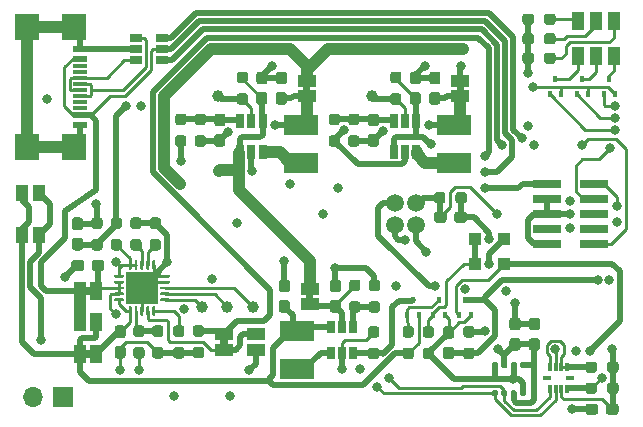
<source format=gbr>
%TF.GenerationSoftware,KiCad,Pcbnew,(5.1.7)-1*%
%TF.CreationDate,2021-01-20T17:17:38-05:00*%
%TF.ProjectId,SYSC4907_REV2,53595343-3439-4303-975f-524556322e6b,rev?*%
%TF.SameCoordinates,Original*%
%TF.FileFunction,Copper,L1,Top*%
%TF.FilePolarity,Positive*%
%FSLAX46Y46*%
G04 Gerber Fmt 4.6, Leading zero omitted, Abs format (unit mm)*
G04 Created by KiCad (PCBNEW (5.1.7)-1) date 2021-01-20 17:17:38*
%MOMM*%
%LPD*%
G01*
G04 APERTURE LIST*
%TA.AperFunction,EtchedComponent*%
%ADD10C,0.100000*%
%TD*%
%TA.AperFunction,SMDPad,CuDef*%
%ADD11R,1.000000X1.000000*%
%TD*%
%TA.AperFunction,SMDPad,CuDef*%
%ADD12R,1.150000X0.300000*%
%TD*%
%TA.AperFunction,SMDPad,CuDef*%
%ADD13R,1.150000X0.600000*%
%TD*%
%TA.AperFunction,SMDPad,CuDef*%
%ADD14R,2.000000X2.180000*%
%TD*%
%TA.AperFunction,SMDPad,CuDef*%
%ADD15R,2.400000X0.740000*%
%TD*%
%TA.AperFunction,SMDPad,CuDef*%
%ADD16R,1.000000X1.500000*%
%TD*%
%TA.AperFunction,SMDPad,CuDef*%
%ADD17R,1.500000X1.000000*%
%TD*%
%TA.AperFunction,SMDPad,CuDef*%
%ADD18R,2.900000X1.800000*%
%TD*%
%TA.AperFunction,SMDPad,CuDef*%
%ADD19R,0.400000X0.510000*%
%TD*%
%TA.AperFunction,SMDPad,CuDef*%
%ADD20R,1.050000X1.400000*%
%TD*%
%TA.AperFunction,SMDPad,CuDef*%
%ADD21C,1.000000*%
%TD*%
%TA.AperFunction,SMDPad,CuDef*%
%ADD22R,1.060000X0.650000*%
%TD*%
%TA.AperFunction,SMDPad,CuDef*%
%ADD23R,2.700000X2.700000*%
%TD*%
%TA.AperFunction,SMDPad,CuDef*%
%ADD24R,0.650000X1.220000*%
%TD*%
%TA.AperFunction,SMDPad,CuDef*%
%ADD25R,0.650000X1.060000*%
%TD*%
%TA.AperFunction,ComponentPad*%
%ADD26C,1.500000*%
%TD*%
%TA.AperFunction,SMDPad,CuDef*%
%ADD27R,0.300000X0.800000*%
%TD*%
%TA.AperFunction,SMDPad,CuDef*%
%ADD28R,0.800000X0.300000*%
%TD*%
%TA.AperFunction,ComponentPad*%
%ADD29R,1.700000X1.700000*%
%TD*%
%TA.AperFunction,ComponentPad*%
%ADD30O,1.700000X1.700000*%
%TD*%
%TA.AperFunction,ViaPad*%
%ADD31C,0.800000*%
%TD*%
%TA.AperFunction,Conductor*%
%ADD32C,0.500000*%
%TD*%
%TA.AperFunction,Conductor*%
%ADD33C,0.250000*%
%TD*%
%TA.AperFunction,Conductor*%
%ADD34C,1.000000*%
%TD*%
G04 APERTURE END LIST*
D10*
%TO.C,JP301*%
G36*
X56392000Y-128724000D02*
G01*
X56892000Y-128724000D01*
X56892000Y-129324000D01*
X56392000Y-129324000D01*
X56392000Y-128724000D01*
G37*
%TO.C,JP303*%
G36*
X56892000Y-134658000D02*
G01*
X56392000Y-134658000D01*
X56392000Y-134058000D01*
X56892000Y-134058000D01*
X56892000Y-134658000D01*
G37*
%TO.C,JP305*%
G36*
X67861000Y-133586000D02*
G01*
X67861000Y-133086000D01*
X68461000Y-133086000D01*
X68461000Y-133586000D01*
X67861000Y-133586000D01*
G37*
%TO.C,JP306*%
G36*
X74876000Y-112104000D02*
G01*
X74876000Y-111604000D01*
X75476000Y-111604000D01*
X75476000Y-112104000D01*
X74876000Y-112104000D01*
G37*
%TO.C,JP307*%
G36*
X87876000Y-112104000D02*
G01*
X87876000Y-111604000D01*
X88476000Y-111604000D01*
X88476000Y-112104000D01*
X87876000Y-112104000D01*
G37*
%TO.C,JP308*%
G36*
X75135500Y-129714500D02*
G01*
X75135500Y-129214500D01*
X75735500Y-129214500D01*
X75735500Y-129714500D01*
X75135500Y-129714500D01*
G37*
%TD*%
%TO.P,C301,2*%
%TO.N,Net-(C301-Pad2)*%
%TA.AperFunction,SMDPad,CuDef*%
G36*
G01*
X56967000Y-127102500D02*
X56967000Y-126627500D01*
G75*
G02*
X57204500Y-126390000I237500J0D01*
G01*
X57804500Y-126390000D01*
G75*
G02*
X58042000Y-126627500I0J-237500D01*
G01*
X58042000Y-127102500D01*
G75*
G02*
X57804500Y-127340000I-237500J0D01*
G01*
X57204500Y-127340000D01*
G75*
G02*
X56967000Y-127102500I0J237500D01*
G01*
G37*
%TD.AperFunction*%
%TO.P,C301,1*%
%TO.N,GND*%
%TA.AperFunction,SMDPad,CuDef*%
G36*
G01*
X55242000Y-127102500D02*
X55242000Y-126627500D01*
G75*
G02*
X55479500Y-126390000I237500J0D01*
G01*
X56079500Y-126390000D01*
G75*
G02*
X56317000Y-126627500I0J-237500D01*
G01*
X56317000Y-127102500D01*
G75*
G02*
X56079500Y-127340000I-237500J0D01*
G01*
X55479500Y-127340000D01*
G75*
G02*
X55242000Y-127102500I0J237500D01*
G01*
G37*
%TD.AperFunction*%
%TD*%
%TO.P,C302,1*%
%TO.N,+5V*%
%TA.AperFunction,SMDPad,CuDef*%
G36*
G01*
X71603500Y-113254000D02*
X71128500Y-113254000D01*
G75*
G02*
X70891000Y-113016500I0J237500D01*
G01*
X70891000Y-112416500D01*
G75*
G02*
X71128500Y-112179000I237500J0D01*
G01*
X71603500Y-112179000D01*
G75*
G02*
X71841000Y-112416500I0J-237500D01*
G01*
X71841000Y-113016500D01*
G75*
G02*
X71603500Y-113254000I-237500J0D01*
G01*
G37*
%TD.AperFunction*%
%TO.P,C302,2*%
%TO.N,GND*%
%TA.AperFunction,SMDPad,CuDef*%
G36*
G01*
X71603500Y-111529000D02*
X71128500Y-111529000D01*
G75*
G02*
X70891000Y-111291500I0J237500D01*
G01*
X70891000Y-110691500D01*
G75*
G02*
X71128500Y-110454000I237500J0D01*
G01*
X71603500Y-110454000D01*
G75*
G02*
X71841000Y-110691500I0J-237500D01*
G01*
X71841000Y-111291500D01*
G75*
G02*
X71603500Y-111529000I-237500J0D01*
G01*
G37*
%TD.AperFunction*%
%TD*%
%TO.P,C303,1*%
%TO.N,GND*%
%TA.AperFunction,SMDPad,CuDef*%
G36*
G01*
X59610000Y-134742000D02*
X59135000Y-134742000D01*
G75*
G02*
X58897500Y-134504500I0J237500D01*
G01*
X58897500Y-133904500D01*
G75*
G02*
X59135000Y-133667000I237500J0D01*
G01*
X59610000Y-133667000D01*
G75*
G02*
X59847500Y-133904500I0J-237500D01*
G01*
X59847500Y-134504500D01*
G75*
G02*
X59610000Y-134742000I-237500J0D01*
G01*
G37*
%TD.AperFunction*%
%TO.P,C303,2*%
%TO.N,Net-(C303-Pad2)*%
%TA.AperFunction,SMDPad,CuDef*%
G36*
G01*
X59610000Y-133017000D02*
X59135000Y-133017000D01*
G75*
G02*
X58897500Y-132779500I0J237500D01*
G01*
X58897500Y-132179500D01*
G75*
G02*
X59135000Y-131942000I237500J0D01*
G01*
X59610000Y-131942000D01*
G75*
G02*
X59847500Y-132179500I0J-237500D01*
G01*
X59847500Y-132779500D01*
G75*
G02*
X59610000Y-133017000I-237500J0D01*
G01*
G37*
%TD.AperFunction*%
%TD*%
%TO.P,C304,2*%
%TO.N,Net-(C304-Pad2)*%
%TA.AperFunction,SMDPad,CuDef*%
G36*
G01*
X68047500Y-115085000D02*
X67572500Y-115085000D01*
G75*
G02*
X67335000Y-114847500I0J237500D01*
G01*
X67335000Y-114247500D01*
G75*
G02*
X67572500Y-114010000I237500J0D01*
G01*
X68047500Y-114010000D01*
G75*
G02*
X68285000Y-114247500I0J-237500D01*
G01*
X68285000Y-114847500D01*
G75*
G02*
X68047500Y-115085000I-237500J0D01*
G01*
G37*
%TD.AperFunction*%
%TO.P,C304,1*%
%TO.N,Net-(C304-Pad1)*%
%TA.AperFunction,SMDPad,CuDef*%
G36*
G01*
X68047500Y-116810000D02*
X67572500Y-116810000D01*
G75*
G02*
X67335000Y-116572500I0J237500D01*
G01*
X67335000Y-115972500D01*
G75*
G02*
X67572500Y-115735000I237500J0D01*
G01*
X68047500Y-115735000D01*
G75*
G02*
X68285000Y-115972500I0J-237500D01*
G01*
X68285000Y-116572500D01*
G75*
G02*
X68047500Y-116810000I-237500J0D01*
G01*
G37*
%TD.AperFunction*%
%TD*%
%TO.P,C305,1*%
%TO.N,Net-(C304-Pad1)*%
%TA.AperFunction,SMDPad,CuDef*%
G36*
G01*
X73254500Y-113254000D02*
X72779500Y-113254000D01*
G75*
G02*
X72542000Y-113016500I0J237500D01*
G01*
X72542000Y-112416500D01*
G75*
G02*
X72779500Y-112179000I237500J0D01*
G01*
X73254500Y-112179000D01*
G75*
G02*
X73492000Y-112416500I0J-237500D01*
G01*
X73492000Y-113016500D01*
G75*
G02*
X73254500Y-113254000I-237500J0D01*
G01*
G37*
%TD.AperFunction*%
%TO.P,C305,2*%
%TO.N,GND*%
%TA.AperFunction,SMDPad,CuDef*%
G36*
G01*
X73254500Y-111529000D02*
X72779500Y-111529000D01*
G75*
G02*
X72542000Y-111291500I0J237500D01*
G01*
X72542000Y-110691500D01*
G75*
G02*
X72779500Y-110454000I237500J0D01*
G01*
X73254500Y-110454000D01*
G75*
G02*
X73492000Y-110691500I0J-237500D01*
G01*
X73492000Y-111291500D01*
G75*
G02*
X73254500Y-111529000I-237500J0D01*
G01*
G37*
%TD.AperFunction*%
%TD*%
%TO.P,C306,2*%
%TO.N,GND*%
%TA.AperFunction,SMDPad,CuDef*%
G36*
G01*
X55990500Y-123873000D02*
X55515500Y-123873000D01*
G75*
G02*
X55278000Y-123635500I0J237500D01*
G01*
X55278000Y-123035500D01*
G75*
G02*
X55515500Y-122798000I237500J0D01*
G01*
X55990500Y-122798000D01*
G75*
G02*
X56228000Y-123035500I0J-237500D01*
G01*
X56228000Y-123635500D01*
G75*
G02*
X55990500Y-123873000I-237500J0D01*
G01*
G37*
%TD.AperFunction*%
%TO.P,C306,1*%
%TO.N,VBAT_MEAS*%
%TA.AperFunction,SMDPad,CuDef*%
G36*
G01*
X55990500Y-125598000D02*
X55515500Y-125598000D01*
G75*
G02*
X55278000Y-125360500I0J237500D01*
G01*
X55278000Y-124760500D01*
G75*
G02*
X55515500Y-124523000I237500J0D01*
G01*
X55990500Y-124523000D01*
G75*
G02*
X56228000Y-124760500I0J-237500D01*
G01*
X56228000Y-125360500D01*
G75*
G02*
X55990500Y-125598000I-237500J0D01*
G01*
G37*
%TD.AperFunction*%
%TD*%
%TO.P,C307,2*%
%TO.N,GND*%
%TA.AperFunction,SMDPad,CuDef*%
G36*
G01*
X84603500Y-111529000D02*
X84128500Y-111529000D01*
G75*
G02*
X83891000Y-111291500I0J237500D01*
G01*
X83891000Y-110691500D01*
G75*
G02*
X84128500Y-110454000I237500J0D01*
G01*
X84603500Y-110454000D01*
G75*
G02*
X84841000Y-110691500I0J-237500D01*
G01*
X84841000Y-111291500D01*
G75*
G02*
X84603500Y-111529000I-237500J0D01*
G01*
G37*
%TD.AperFunction*%
%TO.P,C307,1*%
%TO.N,+5V*%
%TA.AperFunction,SMDPad,CuDef*%
G36*
G01*
X84603500Y-113254000D02*
X84128500Y-113254000D01*
G75*
G02*
X83891000Y-113016500I0J237500D01*
G01*
X83891000Y-112416500D01*
G75*
G02*
X84128500Y-112179000I237500J0D01*
G01*
X84603500Y-112179000D01*
G75*
G02*
X84841000Y-112416500I0J-237500D01*
G01*
X84841000Y-113016500D01*
G75*
G02*
X84603500Y-113254000I-237500J0D01*
G01*
G37*
%TD.AperFunction*%
%TD*%
%TO.P,C308,2*%
%TO.N,GND*%
%TA.AperFunction,SMDPad,CuDef*%
G36*
G01*
X87420500Y-133076500D02*
X86945500Y-133076500D01*
G75*
G02*
X86708000Y-132839000I0J237500D01*
G01*
X86708000Y-132239000D01*
G75*
G02*
X86945500Y-132001500I237500J0D01*
G01*
X87420500Y-132001500D01*
G75*
G02*
X87658000Y-132239000I0J-237500D01*
G01*
X87658000Y-132839000D01*
G75*
G02*
X87420500Y-133076500I-237500J0D01*
G01*
G37*
%TD.AperFunction*%
%TO.P,C308,1*%
%TO.N,POWER_SW*%
%TA.AperFunction,SMDPad,CuDef*%
G36*
G01*
X87420500Y-134801500D02*
X86945500Y-134801500D01*
G75*
G02*
X86708000Y-134564000I0J237500D01*
G01*
X86708000Y-133964000D01*
G75*
G02*
X86945500Y-133726500I237500J0D01*
G01*
X87420500Y-133726500D01*
G75*
G02*
X87658000Y-133964000I0J-237500D01*
G01*
X87658000Y-134564000D01*
G75*
G02*
X87420500Y-134801500I-237500J0D01*
G01*
G37*
%TD.AperFunction*%
%TD*%
%TO.P,C309,1*%
%TO.N,Net-(C309-Pad1)*%
%TA.AperFunction,SMDPad,CuDef*%
G36*
G01*
X81047500Y-116810000D02*
X80572500Y-116810000D01*
G75*
G02*
X80335000Y-116572500I0J237500D01*
G01*
X80335000Y-115972500D01*
G75*
G02*
X80572500Y-115735000I237500J0D01*
G01*
X81047500Y-115735000D01*
G75*
G02*
X81285000Y-115972500I0J-237500D01*
G01*
X81285000Y-116572500D01*
G75*
G02*
X81047500Y-116810000I-237500J0D01*
G01*
G37*
%TD.AperFunction*%
%TO.P,C309,2*%
%TO.N,Net-(C309-Pad2)*%
%TA.AperFunction,SMDPad,CuDef*%
G36*
G01*
X81047500Y-115085000D02*
X80572500Y-115085000D01*
G75*
G02*
X80335000Y-114847500I0J237500D01*
G01*
X80335000Y-114247500D01*
G75*
G02*
X80572500Y-114010000I237500J0D01*
G01*
X81047500Y-114010000D01*
G75*
G02*
X81285000Y-114247500I0J-237500D01*
G01*
X81285000Y-114847500D01*
G75*
G02*
X81047500Y-115085000I-237500J0D01*
G01*
G37*
%TD.AperFunction*%
%TD*%
%TO.P,C310,2*%
%TO.N,GND*%
%TA.AperFunction,SMDPad,CuDef*%
G36*
G01*
X73514000Y-129139500D02*
X73039000Y-129139500D01*
G75*
G02*
X72801500Y-128902000I0J237500D01*
G01*
X72801500Y-128302000D01*
G75*
G02*
X73039000Y-128064500I237500J0D01*
G01*
X73514000Y-128064500D01*
G75*
G02*
X73751500Y-128302000I0J-237500D01*
G01*
X73751500Y-128902000D01*
G75*
G02*
X73514000Y-129139500I-237500J0D01*
G01*
G37*
%TD.AperFunction*%
%TO.P,C310,1*%
%TO.N,Net-(C310-Pad1)*%
%TA.AperFunction,SMDPad,CuDef*%
G36*
G01*
X73514000Y-130864500D02*
X73039000Y-130864500D01*
G75*
G02*
X72801500Y-130627000I0J237500D01*
G01*
X72801500Y-130027000D01*
G75*
G02*
X73039000Y-129789500I237500J0D01*
G01*
X73514000Y-129789500D01*
G75*
G02*
X73751500Y-130027000I0J-237500D01*
G01*
X73751500Y-130627000D01*
G75*
G02*
X73514000Y-130864500I-237500J0D01*
G01*
G37*
%TD.AperFunction*%
%TD*%
%TO.P,C311,1*%
%TO.N,Net-(C309-Pad1)*%
%TA.AperFunction,SMDPad,CuDef*%
G36*
G01*
X86254500Y-113254000D02*
X85779500Y-113254000D01*
G75*
G02*
X85542000Y-113016500I0J237500D01*
G01*
X85542000Y-112416500D01*
G75*
G02*
X85779500Y-112179000I237500J0D01*
G01*
X86254500Y-112179000D01*
G75*
G02*
X86492000Y-112416500I0J-237500D01*
G01*
X86492000Y-113016500D01*
G75*
G02*
X86254500Y-113254000I-237500J0D01*
G01*
G37*
%TD.AperFunction*%
%TO.P,C311,2*%
%TO.N,GND*%
%TA.AperFunction,SMDPad,CuDef*%
G36*
G01*
X86254500Y-111529000D02*
X85779500Y-111529000D01*
G75*
G02*
X85542000Y-111291500I0J237500D01*
G01*
X85542000Y-110691500D01*
G75*
G02*
X85779500Y-110454000I237500J0D01*
G01*
X86254500Y-110454000D01*
G75*
G02*
X86492000Y-110691500I0J-237500D01*
G01*
X86492000Y-111291500D01*
G75*
G02*
X86254500Y-111529000I-237500J0D01*
G01*
G37*
%TD.AperFunction*%
%TD*%
%TO.P,C312,2*%
%TO.N,GND*%
%TA.AperFunction,SMDPad,CuDef*%
G36*
G01*
X77832000Y-129139500D02*
X77357000Y-129139500D01*
G75*
G02*
X77119500Y-128902000I0J237500D01*
G01*
X77119500Y-128302000D01*
G75*
G02*
X77357000Y-128064500I237500J0D01*
G01*
X77832000Y-128064500D01*
G75*
G02*
X78069500Y-128302000I0J-237500D01*
G01*
X78069500Y-128902000D01*
G75*
G02*
X77832000Y-129139500I-237500J0D01*
G01*
G37*
%TD.AperFunction*%
%TO.P,C312,1*%
%TO.N,Net-(C312-Pad1)*%
%TA.AperFunction,SMDPad,CuDef*%
G36*
G01*
X77832000Y-130864500D02*
X77357000Y-130864500D01*
G75*
G02*
X77119500Y-130627000I0J237500D01*
G01*
X77119500Y-130027000D01*
G75*
G02*
X77357000Y-129789500I237500J0D01*
G01*
X77832000Y-129789500D01*
G75*
G02*
X78069500Y-130027000I0J-237500D01*
G01*
X78069500Y-130627000D01*
G75*
G02*
X77832000Y-130864500I-237500J0D01*
G01*
G37*
%TD.AperFunction*%
%TD*%
%TO.P,C415,2*%
%TO.N,GND*%
%TA.AperFunction,SMDPad,CuDef*%
G36*
G01*
X87663000Y-123017500D02*
X87663000Y-122542500D01*
G75*
G02*
X87900500Y-122305000I237500J0D01*
G01*
X88500500Y-122305000D01*
G75*
G02*
X88738000Y-122542500I0J-237500D01*
G01*
X88738000Y-123017500D01*
G75*
G02*
X88500500Y-123255000I-237500J0D01*
G01*
X87900500Y-123255000D01*
G75*
G02*
X87663000Y-123017500I0J237500D01*
G01*
G37*
%TD.AperFunction*%
%TO.P,C415,1*%
%TO.N,AMB_TEMP*%
%TA.AperFunction,SMDPad,CuDef*%
G36*
G01*
X85938000Y-123017500D02*
X85938000Y-122542500D01*
G75*
G02*
X86175500Y-122305000I237500J0D01*
G01*
X86775500Y-122305000D01*
G75*
G02*
X87013000Y-122542500I0J-237500D01*
G01*
X87013000Y-123017500D01*
G75*
G02*
X86775500Y-123255000I-237500J0D01*
G01*
X86175500Y-123255000D01*
G75*
G02*
X85938000Y-123017500I0J237500D01*
G01*
G37*
%TD.AperFunction*%
%TD*%
%TO.P,C416,1*%
%TO.N,+1V8*%
%TA.AperFunction,SMDPad,CuDef*%
G36*
G01*
X94687500Y-134086000D02*
X94212500Y-134086000D01*
G75*
G02*
X93975000Y-133848500I0J237500D01*
G01*
X93975000Y-133248500D01*
G75*
G02*
X94212500Y-133011000I237500J0D01*
G01*
X94687500Y-133011000D01*
G75*
G02*
X94925000Y-133248500I0J-237500D01*
G01*
X94925000Y-133848500D01*
G75*
G02*
X94687500Y-134086000I-237500J0D01*
G01*
G37*
%TD.AperFunction*%
%TO.P,C416,2*%
%TO.N,GND*%
%TA.AperFunction,SMDPad,CuDef*%
G36*
G01*
X94687500Y-132361000D02*
X94212500Y-132361000D01*
G75*
G02*
X93975000Y-132123500I0J237500D01*
G01*
X93975000Y-131523500D01*
G75*
G02*
X94212500Y-131286000I237500J0D01*
G01*
X94687500Y-131286000D01*
G75*
G02*
X94925000Y-131523500I0J-237500D01*
G01*
X94925000Y-132123500D01*
G75*
G02*
X94687500Y-132361000I-237500J0D01*
G01*
G37*
%TD.AperFunction*%
%TD*%
%TO.P,C417,2*%
%TO.N,GND*%
%TA.AperFunction,SMDPad,CuDef*%
G36*
G01*
X93036500Y-132361000D02*
X92561500Y-132361000D01*
G75*
G02*
X92324000Y-132123500I0J237500D01*
G01*
X92324000Y-131523500D01*
G75*
G02*
X92561500Y-131286000I237500J0D01*
G01*
X93036500Y-131286000D01*
G75*
G02*
X93274000Y-131523500I0J-237500D01*
G01*
X93274000Y-132123500D01*
G75*
G02*
X93036500Y-132361000I-237500J0D01*
G01*
G37*
%TD.AperFunction*%
%TO.P,C417,1*%
%TO.N,+1V8*%
%TA.AperFunction,SMDPad,CuDef*%
G36*
G01*
X93036500Y-134086000D02*
X92561500Y-134086000D01*
G75*
G02*
X92324000Y-133848500I0J237500D01*
G01*
X92324000Y-133248500D01*
G75*
G02*
X92561500Y-133011000I237500J0D01*
G01*
X93036500Y-133011000D01*
G75*
G02*
X93274000Y-133248500I0J-237500D01*
G01*
X93274000Y-133848500D01*
G75*
G02*
X93036500Y-134086000I-237500J0D01*
G01*
G37*
%TD.AperFunction*%
%TD*%
%TO.P,C418,2*%
%TO.N,+1V8*%
%TA.AperFunction,SMDPad,CuDef*%
G36*
G01*
X100490000Y-139273500D02*
X100490000Y-138798500D01*
G75*
G02*
X100727500Y-138561000I237500J0D01*
G01*
X101327500Y-138561000D01*
G75*
G02*
X101565000Y-138798500I0J-237500D01*
G01*
X101565000Y-139273500D01*
G75*
G02*
X101327500Y-139511000I-237500J0D01*
G01*
X100727500Y-139511000D01*
G75*
G02*
X100490000Y-139273500I0J237500D01*
G01*
G37*
%TD.AperFunction*%
%TO.P,C418,1*%
%TO.N,GND*%
%TA.AperFunction,SMDPad,CuDef*%
G36*
G01*
X98765000Y-139273500D02*
X98765000Y-138798500D01*
G75*
G02*
X99002500Y-138561000I237500J0D01*
G01*
X99602500Y-138561000D01*
G75*
G02*
X99840000Y-138798500I0J-237500D01*
G01*
X99840000Y-139273500D01*
G75*
G02*
X99602500Y-139511000I-237500J0D01*
G01*
X99002500Y-139511000D01*
G75*
G02*
X98765000Y-139273500I0J237500D01*
G01*
G37*
%TD.AperFunction*%
%TD*%
D11*
%TO.P,D301,2*%
%TO.N,Net-(D301-Pad2)*%
X91890000Y-126717000D03*
%TO.P,D301,1*%
%TO.N,Net-(D301-Pad1)*%
X89390000Y-126717000D03*
%TD*%
%TO.P,D302,1*%
%TO.N,Net-(D301-Pad1)*%
X89390000Y-124658501D03*
%TO.P,D302,2*%
%TO.N,POWER_ON*%
X91890000Y-124658501D03*
%TD*%
D12*
%TO.P,J201,6*%
%TO.N,Net-(J201-Pad6)*%
X56000000Y-111500000D03*
%TO.P,J201,7*%
%TO.N,Net-(J201-Pad5)*%
X56000000Y-112000000D03*
%TO.P,J201,8*%
%TO.N,Net-(J201-Pad6)*%
X56000000Y-112500000D03*
%TO.P,J201,9*%
%TO.N,Net-(J201-Pad9)*%
X56000000Y-113000000D03*
%TO.P,J201,10*%
%TO.N,Net-(J201-Pad10)*%
X56000000Y-113500000D03*
%TO.P,J201,5*%
%TO.N,Net-(J201-Pad5)*%
X56000000Y-111000000D03*
%TO.P,J201,4*%
%TO.N,Net-(J201-Pad4)*%
X56000000Y-110500000D03*
%TO.P,J201,3*%
%TO.N,Net-(J201-Pad3)*%
X56000000Y-110000000D03*
D13*
%TO.P,J201,2*%
%TO.N,VBUS*%
X56000000Y-109350000D03*
%TO.P,J201,11*%
X56000000Y-114150000D03*
%TO.P,J201,12*%
%TO.N,GND*%
X56000000Y-114950000D03*
%TO.P,J201,1*%
X56000000Y-108550000D03*
D14*
X55425000Y-106640000D03*
X55425000Y-116860000D03*
X51495000Y-116860000D03*
X51495000Y-106640000D03*
%TD*%
D15*
%TO.P,J202,1*%
%TO.N,+1V8*%
X95550000Y-119960000D03*
%TO.P,J202,2*%
%TO.N,Net-(J202-Pad2)*%
X99450000Y-119960000D03*
%TO.P,J202,3*%
%TO.N,GND*%
X95550000Y-121230000D03*
%TO.P,J202,4*%
%TO.N,Net-(J202-Pad4)*%
X99450000Y-121230000D03*
%TO.P,J202,5*%
%TO.N,GND*%
X95550000Y-122500000D03*
%TO.P,J202,6*%
%TO.N,Net-(J202-Pad6)*%
X99450000Y-122500000D03*
%TO.P,J202,7*%
%TO.N,Net-(J202-Pad7)*%
X95550000Y-123770000D03*
%TO.P,J202,8*%
%TO.N,Net-(J202-Pad8)*%
X99450000Y-123770000D03*
%TO.P,J202,9*%
%TO.N,GND*%
X95550000Y-125040000D03*
%TO.P,J202,10*%
%TO.N,Net-(J202-Pad10)*%
X99450000Y-125040000D03*
%TD*%
D16*
%TO.P,JP301,1*%
%TO.N,VBUS*%
X55992000Y-129024000D03*
%TO.P,JP301,2*%
%TO.N,Net-(C301-Pad2)*%
X57292000Y-129024000D03*
%TD*%
%TO.P,JP302,2*%
%TO.N,Net-(C310-Pad1)*%
X57292000Y-131691000D03*
%TO.P,JP302,1*%
%TO.N,VBUS*%
X55992000Y-131691000D03*
%TD*%
%TO.P,JP303,2*%
%TO.N,Net-(C310-Pad1)*%
X55992000Y-134358000D03*
%TO.P,JP303,1*%
%TO.N,Net-(C303-Pad2)*%
X57292000Y-134358000D03*
%TD*%
D17*
%TO.P,JP304,1*%
%TO.N,Net-(JP304-Pad1)*%
X70866000Y-132692000D03*
%TO.P,JP304,2*%
%TO.N,+1V8*%
X70866000Y-133992000D03*
%TD*%
%TO.P,JP305,1*%
%TO.N,Net-(JP304-Pad1)*%
X68161000Y-133986000D03*
%TO.P,JP305,2*%
%TO.N,FAST_CHARGE*%
X68161000Y-132686000D03*
%TD*%
%TO.P,JP306,2*%
%TO.N,+3V3*%
X75176000Y-111204000D03*
%TO.P,JP306,1*%
%TO.N,Net-(C304-Pad1)*%
X75176000Y-112504000D03*
%TD*%
%TO.P,JP307,1*%
%TO.N,Net-(C309-Pad1)*%
X88176000Y-112504000D03*
%TO.P,JP307,2*%
%TO.N,+1V8*%
X88176000Y-111204000D03*
%TD*%
%TO.P,JP308,2*%
%TO.N,+5V*%
X75435500Y-128814500D03*
%TO.P,JP308,1*%
%TO.N,Net-(C312-Pad1)*%
X75435500Y-130114500D03*
%TD*%
D18*
%TO.P,L301,1*%
%TO.N,Net-(C304-Pad1)*%
X74668000Y-114953000D03*
%TO.P,L301,2*%
%TO.N,Net-(L301-Pad2)*%
X74668000Y-118153000D03*
%TD*%
%TO.P,L302,1*%
%TO.N,Net-(C309-Pad1)*%
X87668000Y-114953000D03*
%TO.P,L302,2*%
%TO.N,Net-(L302-Pad2)*%
X87668000Y-118153000D03*
%TD*%
%TO.P,L303,2*%
%TO.N,Net-(L303-Pad2)*%
X74356000Y-135636500D03*
%TO.P,L303,1*%
%TO.N,Net-(C310-Pad1)*%
X74356000Y-132436500D03*
%TD*%
D19*
%TO.P,Q201,2*%
%TO.N,GND*%
X96728000Y-112376000D03*
%TO.P,Q201,3*%
%TO.N,Net-(Q201-Pad3)*%
X96228000Y-111086000D03*
%TO.P,Q201,1*%
%TO.N,LED_B*%
X95728000Y-112376000D03*
%TD*%
%TO.P,Q202,1*%
%TO.N,LED_G*%
X98014000Y-112376000D03*
%TO.P,Q202,3*%
%TO.N,Net-(Q202-Pad3)*%
X98514000Y-111086000D03*
%TO.P,Q202,2*%
%TO.N,GND*%
X99014000Y-112376000D03*
%TD*%
%TO.P,Q203,2*%
%TO.N,GND*%
X101300000Y-112376000D03*
%TO.P,Q203,3*%
%TO.N,Net-(Q203-Pad3)*%
X100800000Y-111086000D03*
%TO.P,Q203,1*%
%TO.N,LED_R*%
X100300000Y-112376000D03*
%TD*%
%TO.P,Q301,1*%
%TO.N,Net-(D301-Pad2)*%
X88080000Y-131062000D03*
%TO.P,Q301,3*%
%TO.N,POWER_SW*%
X88580000Y-129772000D03*
%TO.P,Q301,2*%
%TO.N,GND*%
X89080000Y-131062000D03*
%TD*%
%TO.P,Q302,1*%
%TO.N,Net-(D301-Pad1)*%
X85857500Y-131062000D03*
%TO.P,Q302,3*%
%TO.N,Net-(Q302-Pad3)*%
X86357500Y-129772000D03*
%TO.P,Q302,2*%
%TO.N,GND*%
X86857500Y-131062000D03*
%TD*%
%TO.P,Q303,2*%
%TO.N,Net-(C310-Pad1)*%
X84635000Y-131062000D03*
%TO.P,Q303,3*%
%TO.N,Net-(Q303-Pad3)*%
X84135000Y-129772000D03*
%TO.P,Q303,1*%
%TO.N,Net-(Q302-Pad3)*%
X83635000Y-131062000D03*
%TD*%
%TO.P,R204,2*%
%TO.N,Net-(R204-Pad2)*%
%TA.AperFunction,SMDPad,CuDef*%
G36*
G01*
X95256000Y-106253500D02*
X95256000Y-105778500D01*
G75*
G02*
X95493500Y-105541000I237500J0D01*
G01*
X95993500Y-105541000D01*
G75*
G02*
X96231000Y-105778500I0J-237500D01*
G01*
X96231000Y-106253500D01*
G75*
G02*
X95993500Y-106491000I-237500J0D01*
G01*
X95493500Y-106491000D01*
G75*
G02*
X95256000Y-106253500I0J237500D01*
G01*
G37*
%TD.AperFunction*%
%TO.P,R204,1*%
%TO.N,+3V3*%
%TA.AperFunction,SMDPad,CuDef*%
G36*
G01*
X93431000Y-106253500D02*
X93431000Y-105778500D01*
G75*
G02*
X93668500Y-105541000I237500J0D01*
G01*
X94168500Y-105541000D01*
G75*
G02*
X94406000Y-105778500I0J-237500D01*
G01*
X94406000Y-106253500D01*
G75*
G02*
X94168500Y-106491000I-237500J0D01*
G01*
X93668500Y-106491000D01*
G75*
G02*
X93431000Y-106253500I0J237500D01*
G01*
G37*
%TD.AperFunction*%
%TD*%
%TO.P,R205,1*%
%TO.N,+3V3*%
%TA.AperFunction,SMDPad,CuDef*%
G36*
G01*
X93431000Y-107904500D02*
X93431000Y-107429500D01*
G75*
G02*
X93668500Y-107192000I237500J0D01*
G01*
X94168500Y-107192000D01*
G75*
G02*
X94406000Y-107429500I0J-237500D01*
G01*
X94406000Y-107904500D01*
G75*
G02*
X94168500Y-108142000I-237500J0D01*
G01*
X93668500Y-108142000D01*
G75*
G02*
X93431000Y-107904500I0J237500D01*
G01*
G37*
%TD.AperFunction*%
%TO.P,R205,2*%
%TO.N,Net-(R205-Pad2)*%
%TA.AperFunction,SMDPad,CuDef*%
G36*
G01*
X95256000Y-107904500D02*
X95256000Y-107429500D01*
G75*
G02*
X95493500Y-107192000I237500J0D01*
G01*
X95993500Y-107192000D01*
G75*
G02*
X96231000Y-107429500I0J-237500D01*
G01*
X96231000Y-107904500D01*
G75*
G02*
X95993500Y-108142000I-237500J0D01*
G01*
X95493500Y-108142000D01*
G75*
G02*
X95256000Y-107904500I0J237500D01*
G01*
G37*
%TD.AperFunction*%
%TD*%
%TO.P,R206,1*%
%TO.N,+3V3*%
%TA.AperFunction,SMDPad,CuDef*%
G36*
G01*
X93431000Y-109555500D02*
X93431000Y-109080500D01*
G75*
G02*
X93668500Y-108843000I237500J0D01*
G01*
X94168500Y-108843000D01*
G75*
G02*
X94406000Y-109080500I0J-237500D01*
G01*
X94406000Y-109555500D01*
G75*
G02*
X94168500Y-109793000I-237500J0D01*
G01*
X93668500Y-109793000D01*
G75*
G02*
X93431000Y-109555500I0J237500D01*
G01*
G37*
%TD.AperFunction*%
%TO.P,R206,2*%
%TO.N,Net-(R206-Pad2)*%
%TA.AperFunction,SMDPad,CuDef*%
G36*
G01*
X95256000Y-109555500D02*
X95256000Y-109080500D01*
G75*
G02*
X95493500Y-108843000I237500J0D01*
G01*
X95993500Y-108843000D01*
G75*
G02*
X96231000Y-109080500I0J-237500D01*
G01*
X96231000Y-109555500D01*
G75*
G02*
X95993500Y-109793000I-237500J0D01*
G01*
X95493500Y-109793000D01*
G75*
G02*
X95256000Y-109555500I0J237500D01*
G01*
G37*
%TD.AperFunction*%
%TD*%
%TO.P,R301,1*%
%TO.N,Net-(C301-Pad2)*%
%TA.AperFunction,SMDPad,CuDef*%
G36*
G01*
X61197500Y-134742000D02*
X60722500Y-134742000D01*
G75*
G02*
X60485000Y-134504500I0J237500D01*
G01*
X60485000Y-134004500D01*
G75*
G02*
X60722500Y-133767000I237500J0D01*
G01*
X61197500Y-133767000D01*
G75*
G02*
X61435000Y-134004500I0J-237500D01*
G01*
X61435000Y-134504500D01*
G75*
G02*
X61197500Y-134742000I-237500J0D01*
G01*
G37*
%TD.AperFunction*%
%TO.P,R301,2*%
%TO.N,Net-(R301-Pad2)*%
%TA.AperFunction,SMDPad,CuDef*%
G36*
G01*
X61197500Y-132917000D02*
X60722500Y-132917000D01*
G75*
G02*
X60485000Y-132679500I0J237500D01*
G01*
X60485000Y-132179500D01*
G75*
G02*
X60722500Y-131942000I237500J0D01*
G01*
X61197500Y-131942000D01*
G75*
G02*
X61435000Y-132179500I0J-237500D01*
G01*
X61435000Y-132679500D01*
G75*
G02*
X61197500Y-132917000I-237500J0D01*
G01*
G37*
%TD.AperFunction*%
%TD*%
%TO.P,R302,2*%
%TO.N,GND*%
%TA.AperFunction,SMDPad,CuDef*%
G36*
G01*
X62310000Y-133767000D02*
X62785000Y-133767000D01*
G75*
G02*
X63022500Y-134004500I0J-237500D01*
G01*
X63022500Y-134504500D01*
G75*
G02*
X62785000Y-134742000I-237500J0D01*
G01*
X62310000Y-134742000D01*
G75*
G02*
X62072500Y-134504500I0J237500D01*
G01*
X62072500Y-134004500D01*
G75*
G02*
X62310000Y-133767000I237500J0D01*
G01*
G37*
%TD.AperFunction*%
%TO.P,R302,1*%
%TO.N,Net-(R301-Pad2)*%
%TA.AperFunction,SMDPad,CuDef*%
G36*
G01*
X62310000Y-131942000D02*
X62785000Y-131942000D01*
G75*
G02*
X63022500Y-132179500I0J-237500D01*
G01*
X63022500Y-132679500D01*
G75*
G02*
X62785000Y-132917000I-237500J0D01*
G01*
X62310000Y-132917000D01*
G75*
G02*
X62072500Y-132679500I0J237500D01*
G01*
X62072500Y-132179500D01*
G75*
G02*
X62310000Y-131942000I237500J0D01*
G01*
G37*
%TD.AperFunction*%
%TD*%
%TO.P,R303,2*%
%TO.N,GND*%
%TA.AperFunction,SMDPad,CuDef*%
G36*
G01*
X64088000Y-133767000D02*
X64563000Y-133767000D01*
G75*
G02*
X64800500Y-134004500I0J-237500D01*
G01*
X64800500Y-134504500D01*
G75*
G02*
X64563000Y-134742000I-237500J0D01*
G01*
X64088000Y-134742000D01*
G75*
G02*
X63850500Y-134504500I0J237500D01*
G01*
X63850500Y-134004500D01*
G75*
G02*
X64088000Y-133767000I237500J0D01*
G01*
G37*
%TD.AperFunction*%
%TO.P,R303,1*%
%TO.N,Net-(R303-Pad1)*%
%TA.AperFunction,SMDPad,CuDef*%
G36*
G01*
X64088000Y-131942000D02*
X64563000Y-131942000D01*
G75*
G02*
X64800500Y-132179500I0J-237500D01*
G01*
X64800500Y-132679500D01*
G75*
G02*
X64563000Y-132917000I-237500J0D01*
G01*
X64088000Y-132917000D01*
G75*
G02*
X63850500Y-132679500I0J237500D01*
G01*
X63850500Y-132179500D01*
G75*
G02*
X64088000Y-131942000I237500J0D01*
G01*
G37*
%TD.AperFunction*%
%TD*%
%TO.P,R304,1*%
%TO.N,+5V*%
%TA.AperFunction,SMDPad,CuDef*%
G36*
G01*
X69477500Y-110454000D02*
X69952500Y-110454000D01*
G75*
G02*
X70190000Y-110691500I0J-237500D01*
G01*
X70190000Y-111191500D01*
G75*
G02*
X69952500Y-111429000I-237500J0D01*
G01*
X69477500Y-111429000D01*
G75*
G02*
X69240000Y-111191500I0J237500D01*
G01*
X69240000Y-110691500D01*
G75*
G02*
X69477500Y-110454000I237500J0D01*
G01*
G37*
%TD.AperFunction*%
%TO.P,R304,2*%
%TO.N,Net-(R304-Pad2)*%
%TA.AperFunction,SMDPad,CuDef*%
G36*
G01*
X69477500Y-112279000D02*
X69952500Y-112279000D01*
G75*
G02*
X70190000Y-112516500I0J-237500D01*
G01*
X70190000Y-113016500D01*
G75*
G02*
X69952500Y-113254000I-237500J0D01*
G01*
X69477500Y-113254000D01*
G75*
G02*
X69240000Y-113016500I0J237500D01*
G01*
X69240000Y-112516500D01*
G75*
G02*
X69477500Y-112279000I237500J0D01*
G01*
G37*
%TD.AperFunction*%
%TD*%
%TO.P,R305,1*%
%TO.N,Net-(R305-Pad1)*%
%TA.AperFunction,SMDPad,CuDef*%
G36*
G01*
X62594500Y-125598000D02*
X62119500Y-125598000D01*
G75*
G02*
X61882000Y-125360500I0J237500D01*
G01*
X61882000Y-124860500D01*
G75*
G02*
X62119500Y-124623000I237500J0D01*
G01*
X62594500Y-124623000D01*
G75*
G02*
X62832000Y-124860500I0J-237500D01*
G01*
X62832000Y-125360500D01*
G75*
G02*
X62594500Y-125598000I-237500J0D01*
G01*
G37*
%TD.AperFunction*%
%TO.P,R305,2*%
%TO.N,GND*%
%TA.AperFunction,SMDPad,CuDef*%
G36*
G01*
X62594500Y-123773000D02*
X62119500Y-123773000D01*
G75*
G02*
X61882000Y-123535500I0J237500D01*
G01*
X61882000Y-123035500D01*
G75*
G02*
X62119500Y-122798000I237500J0D01*
G01*
X62594500Y-122798000D01*
G75*
G02*
X62832000Y-123035500I0J-237500D01*
G01*
X62832000Y-123535500D01*
G75*
G02*
X62594500Y-123773000I-237500J0D01*
G01*
G37*
%TD.AperFunction*%
%TD*%
%TO.P,R306,2*%
%TO.N,GND*%
%TA.AperFunction,SMDPad,CuDef*%
G36*
G01*
X60943500Y-123773000D02*
X60468500Y-123773000D01*
G75*
G02*
X60231000Y-123535500I0J237500D01*
G01*
X60231000Y-123035500D01*
G75*
G02*
X60468500Y-122798000I237500J0D01*
G01*
X60943500Y-122798000D01*
G75*
G02*
X61181000Y-123035500I0J-237500D01*
G01*
X61181000Y-123535500D01*
G75*
G02*
X60943500Y-123773000I-237500J0D01*
G01*
G37*
%TD.AperFunction*%
%TO.P,R306,1*%
%TO.N,Net-(R306-Pad1)*%
%TA.AperFunction,SMDPad,CuDef*%
G36*
G01*
X60943500Y-125598000D02*
X60468500Y-125598000D01*
G75*
G02*
X60231000Y-125360500I0J237500D01*
G01*
X60231000Y-124860500D01*
G75*
G02*
X60468500Y-124623000I237500J0D01*
G01*
X60943500Y-124623000D01*
G75*
G02*
X61181000Y-124860500I0J-237500D01*
G01*
X61181000Y-125360500D01*
G75*
G02*
X60943500Y-125598000I-237500J0D01*
G01*
G37*
%TD.AperFunction*%
%TD*%
%TO.P,R307,1*%
%TO.N,FAST_CHARGE*%
%TA.AperFunction,SMDPad,CuDef*%
G36*
G01*
X65764500Y-131921000D02*
X66239500Y-131921000D01*
G75*
G02*
X66477000Y-132158500I0J-237500D01*
G01*
X66477000Y-132658500D01*
G75*
G02*
X66239500Y-132896000I-237500J0D01*
G01*
X65764500Y-132896000D01*
G75*
G02*
X65527000Y-132658500I0J237500D01*
G01*
X65527000Y-132158500D01*
G75*
G02*
X65764500Y-131921000I237500J0D01*
G01*
G37*
%TD.AperFunction*%
%TO.P,R307,2*%
%TO.N,GND*%
%TA.AperFunction,SMDPad,CuDef*%
G36*
G01*
X65764500Y-133746000D02*
X66239500Y-133746000D01*
G75*
G02*
X66477000Y-133983500I0J-237500D01*
G01*
X66477000Y-134483500D01*
G75*
G02*
X66239500Y-134721000I-237500J0D01*
G01*
X65764500Y-134721000D01*
G75*
G02*
X65527000Y-134483500I0J237500D01*
G01*
X65527000Y-133983500D01*
G75*
G02*
X65764500Y-133746000I237500J0D01*
G01*
G37*
%TD.AperFunction*%
%TD*%
%TO.P,R308,1*%
%TO.N,Net-(C304-Pad1)*%
%TA.AperFunction,SMDPad,CuDef*%
G36*
G01*
X66396500Y-116810000D02*
X65921500Y-116810000D01*
G75*
G02*
X65684000Y-116572500I0J237500D01*
G01*
X65684000Y-116072500D01*
G75*
G02*
X65921500Y-115835000I237500J0D01*
G01*
X66396500Y-115835000D01*
G75*
G02*
X66634000Y-116072500I0J-237500D01*
G01*
X66634000Y-116572500D01*
G75*
G02*
X66396500Y-116810000I-237500J0D01*
G01*
G37*
%TD.AperFunction*%
%TO.P,R308,2*%
%TO.N,Net-(C304-Pad2)*%
%TA.AperFunction,SMDPad,CuDef*%
G36*
G01*
X66396500Y-114985000D02*
X65921500Y-114985000D01*
G75*
G02*
X65684000Y-114747500I0J237500D01*
G01*
X65684000Y-114247500D01*
G75*
G02*
X65921500Y-114010000I237500J0D01*
G01*
X66396500Y-114010000D01*
G75*
G02*
X66634000Y-114247500I0J-237500D01*
G01*
X66634000Y-114747500D01*
G75*
G02*
X66396500Y-114985000I-237500J0D01*
G01*
G37*
%TD.AperFunction*%
%TD*%
%TO.P,R309,2*%
%TO.N,GND*%
%TA.AperFunction,SMDPad,CuDef*%
G36*
G01*
X64270500Y-115835000D02*
X64745500Y-115835000D01*
G75*
G02*
X64983000Y-116072500I0J-237500D01*
G01*
X64983000Y-116572500D01*
G75*
G02*
X64745500Y-116810000I-237500J0D01*
G01*
X64270500Y-116810000D01*
G75*
G02*
X64033000Y-116572500I0J237500D01*
G01*
X64033000Y-116072500D01*
G75*
G02*
X64270500Y-115835000I237500J0D01*
G01*
G37*
%TD.AperFunction*%
%TO.P,R309,1*%
%TO.N,Net-(C304-Pad2)*%
%TA.AperFunction,SMDPad,CuDef*%
G36*
G01*
X64270500Y-114010000D02*
X64745500Y-114010000D01*
G75*
G02*
X64983000Y-114247500I0J-237500D01*
G01*
X64983000Y-114747500D01*
G75*
G02*
X64745500Y-114985000I-237500J0D01*
G01*
X64270500Y-114985000D01*
G75*
G02*
X64033000Y-114747500I0J237500D01*
G01*
X64033000Y-114247500D01*
G75*
G02*
X64270500Y-114010000I237500J0D01*
G01*
G37*
%TD.AperFunction*%
%TD*%
%TO.P,R310,2*%
%TO.N,VBAT_MEAS*%
%TA.AperFunction,SMDPad,CuDef*%
G36*
G01*
X59292500Y-123773000D02*
X58817500Y-123773000D01*
G75*
G02*
X58580000Y-123535500I0J237500D01*
G01*
X58580000Y-123035500D01*
G75*
G02*
X58817500Y-122798000I237500J0D01*
G01*
X59292500Y-122798000D01*
G75*
G02*
X59530000Y-123035500I0J-237500D01*
G01*
X59530000Y-123535500D01*
G75*
G02*
X59292500Y-123773000I-237500J0D01*
G01*
G37*
%TD.AperFunction*%
%TO.P,R310,1*%
%TO.N,+BATT*%
%TA.AperFunction,SMDPad,CuDef*%
G36*
G01*
X59292500Y-125598000D02*
X58817500Y-125598000D01*
G75*
G02*
X58580000Y-125360500I0J237500D01*
G01*
X58580000Y-124860500D01*
G75*
G02*
X58817500Y-124623000I237500J0D01*
G01*
X59292500Y-124623000D01*
G75*
G02*
X59530000Y-124860500I0J-237500D01*
G01*
X59530000Y-125360500D01*
G75*
G02*
X59292500Y-125598000I-237500J0D01*
G01*
G37*
%TD.AperFunction*%
%TD*%
%TO.P,R311,1*%
%TO.N,VBAT_MEAS*%
%TA.AperFunction,SMDPad,CuDef*%
G36*
G01*
X57641500Y-125598000D02*
X57166500Y-125598000D01*
G75*
G02*
X56929000Y-125360500I0J237500D01*
G01*
X56929000Y-124860500D01*
G75*
G02*
X57166500Y-124623000I237500J0D01*
G01*
X57641500Y-124623000D01*
G75*
G02*
X57879000Y-124860500I0J-237500D01*
G01*
X57879000Y-125360500D01*
G75*
G02*
X57641500Y-125598000I-237500J0D01*
G01*
G37*
%TD.AperFunction*%
%TO.P,R311,2*%
%TO.N,GND*%
%TA.AperFunction,SMDPad,CuDef*%
G36*
G01*
X57641500Y-123773000D02*
X57166500Y-123773000D01*
G75*
G02*
X56929000Y-123535500I0J237500D01*
G01*
X56929000Y-123035500D01*
G75*
G02*
X57166500Y-122798000I237500J0D01*
G01*
X57641500Y-122798000D01*
G75*
G02*
X57879000Y-123035500I0J-237500D01*
G01*
X57879000Y-123535500D01*
G75*
G02*
X57641500Y-123773000I-237500J0D01*
G01*
G37*
%TD.AperFunction*%
%TD*%
%TO.P,R312,2*%
%TO.N,Net-(R312-Pad2)*%
%TA.AperFunction,SMDPad,CuDef*%
G36*
G01*
X82477500Y-112279000D02*
X82952500Y-112279000D01*
G75*
G02*
X83190000Y-112516500I0J-237500D01*
G01*
X83190000Y-113016500D01*
G75*
G02*
X82952500Y-113254000I-237500J0D01*
G01*
X82477500Y-113254000D01*
G75*
G02*
X82240000Y-113016500I0J237500D01*
G01*
X82240000Y-112516500D01*
G75*
G02*
X82477500Y-112279000I237500J0D01*
G01*
G37*
%TD.AperFunction*%
%TO.P,R312,1*%
%TO.N,+5V*%
%TA.AperFunction,SMDPad,CuDef*%
G36*
G01*
X82477500Y-110454000D02*
X82952500Y-110454000D01*
G75*
G02*
X83190000Y-110691500I0J-237500D01*
G01*
X83190000Y-111191500D01*
G75*
G02*
X82952500Y-111429000I-237500J0D01*
G01*
X82477500Y-111429000D01*
G75*
G02*
X82240000Y-111191500I0J237500D01*
G01*
X82240000Y-110691500D01*
G75*
G02*
X82477500Y-110454000I237500J0D01*
G01*
G37*
%TD.AperFunction*%
%TD*%
%TO.P,R313,2*%
%TO.N,POWER_SW*%
%TA.AperFunction,SMDPad,CuDef*%
G36*
G01*
X88660000Y-133826500D02*
X89135000Y-133826500D01*
G75*
G02*
X89372500Y-134064000I0J-237500D01*
G01*
X89372500Y-134564000D01*
G75*
G02*
X89135000Y-134801500I-237500J0D01*
G01*
X88660000Y-134801500D01*
G75*
G02*
X88422500Y-134564000I0J237500D01*
G01*
X88422500Y-134064000D01*
G75*
G02*
X88660000Y-133826500I237500J0D01*
G01*
G37*
%TD.AperFunction*%
%TO.P,R313,1*%
%TO.N,+1V8*%
%TA.AperFunction,SMDPad,CuDef*%
G36*
G01*
X88660000Y-132001500D02*
X89135000Y-132001500D01*
G75*
G02*
X89372500Y-132239000I0J-237500D01*
G01*
X89372500Y-132739000D01*
G75*
G02*
X89135000Y-132976500I-237500J0D01*
G01*
X88660000Y-132976500D01*
G75*
G02*
X88422500Y-132739000I0J237500D01*
G01*
X88422500Y-132239000D01*
G75*
G02*
X88660000Y-132001500I237500J0D01*
G01*
G37*
%TD.AperFunction*%
%TD*%
%TO.P,R314,2*%
%TO.N,Net-(Q302-Pad3)*%
%TA.AperFunction,SMDPad,CuDef*%
G36*
G01*
X83991500Y-132976500D02*
X83516500Y-132976500D01*
G75*
G02*
X83279000Y-132739000I0J237500D01*
G01*
X83279000Y-132239000D01*
G75*
G02*
X83516500Y-132001500I237500J0D01*
G01*
X83991500Y-132001500D01*
G75*
G02*
X84229000Y-132239000I0J-237500D01*
G01*
X84229000Y-132739000D01*
G75*
G02*
X83991500Y-132976500I-237500J0D01*
G01*
G37*
%TD.AperFunction*%
%TO.P,R314,1*%
%TO.N,Net-(C310-Pad1)*%
%TA.AperFunction,SMDPad,CuDef*%
G36*
G01*
X83991500Y-134801500D02*
X83516500Y-134801500D01*
G75*
G02*
X83279000Y-134564000I0J237500D01*
G01*
X83279000Y-134064000D01*
G75*
G02*
X83516500Y-133826500I237500J0D01*
G01*
X83991500Y-133826500D01*
G75*
G02*
X84229000Y-134064000I0J-237500D01*
G01*
X84229000Y-134564000D01*
G75*
G02*
X83991500Y-134801500I-237500J0D01*
G01*
G37*
%TD.AperFunction*%
%TD*%
%TO.P,R315,1*%
%TO.N,GND*%
%TA.AperFunction,SMDPad,CuDef*%
G36*
G01*
X85706000Y-134801500D02*
X85231000Y-134801500D01*
G75*
G02*
X84993500Y-134564000I0J237500D01*
G01*
X84993500Y-134064000D01*
G75*
G02*
X85231000Y-133826500I237500J0D01*
G01*
X85706000Y-133826500D01*
G75*
G02*
X85943500Y-134064000I0J-237500D01*
G01*
X85943500Y-134564000D01*
G75*
G02*
X85706000Y-134801500I-237500J0D01*
G01*
G37*
%TD.AperFunction*%
%TO.P,R315,2*%
%TO.N,Net-(D301-Pad1)*%
%TA.AperFunction,SMDPad,CuDef*%
G36*
G01*
X85706000Y-132976500D02*
X85231000Y-132976500D01*
G75*
G02*
X84993500Y-132739000I0J237500D01*
G01*
X84993500Y-132239000D01*
G75*
G02*
X85231000Y-132001500I237500J0D01*
G01*
X85706000Y-132001500D01*
G75*
G02*
X85943500Y-132239000I0J-237500D01*
G01*
X85943500Y-132739000D01*
G75*
G02*
X85706000Y-132976500I-237500J0D01*
G01*
G37*
%TD.AperFunction*%
%TD*%
%TO.P,R316,1*%
%TO.N,Net-(C309-Pad1)*%
%TA.AperFunction,SMDPad,CuDef*%
G36*
G01*
X79396500Y-116810000D02*
X78921500Y-116810000D01*
G75*
G02*
X78684000Y-116572500I0J237500D01*
G01*
X78684000Y-116072500D01*
G75*
G02*
X78921500Y-115835000I237500J0D01*
G01*
X79396500Y-115835000D01*
G75*
G02*
X79634000Y-116072500I0J-237500D01*
G01*
X79634000Y-116572500D01*
G75*
G02*
X79396500Y-116810000I-237500J0D01*
G01*
G37*
%TD.AperFunction*%
%TO.P,R316,2*%
%TO.N,Net-(C309-Pad2)*%
%TA.AperFunction,SMDPad,CuDef*%
G36*
G01*
X79396500Y-114985000D02*
X78921500Y-114985000D01*
G75*
G02*
X78684000Y-114747500I0J237500D01*
G01*
X78684000Y-114247500D01*
G75*
G02*
X78921500Y-114010000I237500J0D01*
G01*
X79396500Y-114010000D01*
G75*
G02*
X79634000Y-114247500I0J-237500D01*
G01*
X79634000Y-114747500D01*
G75*
G02*
X79396500Y-114985000I-237500J0D01*
G01*
G37*
%TD.AperFunction*%
%TD*%
%TO.P,R317,1*%
%TO.N,Net-(C309-Pad2)*%
%TA.AperFunction,SMDPad,CuDef*%
G36*
G01*
X77270500Y-114010000D02*
X77745500Y-114010000D01*
G75*
G02*
X77983000Y-114247500I0J-237500D01*
G01*
X77983000Y-114747500D01*
G75*
G02*
X77745500Y-114985000I-237500J0D01*
G01*
X77270500Y-114985000D01*
G75*
G02*
X77033000Y-114747500I0J237500D01*
G01*
X77033000Y-114247500D01*
G75*
G02*
X77270500Y-114010000I237500J0D01*
G01*
G37*
%TD.AperFunction*%
%TO.P,R317,2*%
%TO.N,GND*%
%TA.AperFunction,SMDPad,CuDef*%
G36*
G01*
X77270500Y-115835000D02*
X77745500Y-115835000D01*
G75*
G02*
X77983000Y-116072500I0J-237500D01*
G01*
X77983000Y-116572500D01*
G75*
G02*
X77745500Y-116810000I-237500J0D01*
G01*
X77270500Y-116810000D01*
G75*
G02*
X77033000Y-116572500I0J237500D01*
G01*
X77033000Y-116072500D01*
G75*
G02*
X77270500Y-115835000I237500J0D01*
G01*
G37*
%TD.AperFunction*%
%TD*%
%TO.P,R318,1*%
%TO.N,Net-(Q303-Pad3)*%
%TA.AperFunction,SMDPad,CuDef*%
G36*
G01*
X81070500Y-134801500D02*
X80595500Y-134801500D01*
G75*
G02*
X80358000Y-134564000I0J237500D01*
G01*
X80358000Y-134064000D01*
G75*
G02*
X80595500Y-133826500I237500J0D01*
G01*
X81070500Y-133826500D01*
G75*
G02*
X81308000Y-134064000I0J-237500D01*
G01*
X81308000Y-134564000D01*
G75*
G02*
X81070500Y-134801500I-237500J0D01*
G01*
G37*
%TD.AperFunction*%
%TO.P,R318,2*%
%TO.N,GND*%
%TA.AperFunction,SMDPad,CuDef*%
G36*
G01*
X81070500Y-132976500D02*
X80595500Y-132976500D01*
G75*
G02*
X80358000Y-132739000I0J237500D01*
G01*
X80358000Y-132239000D01*
G75*
G02*
X80595500Y-132001500I237500J0D01*
G01*
X81070500Y-132001500D01*
G75*
G02*
X81308000Y-132239000I0J-237500D01*
G01*
X81308000Y-132739000D01*
G75*
G02*
X81070500Y-132976500I-237500J0D01*
G01*
G37*
%TD.AperFunction*%
%TD*%
%TO.P,R319,2*%
%TO.N,Net-(R319-Pad2)*%
%TA.AperFunction,SMDPad,CuDef*%
G36*
G01*
X79008000Y-129889500D02*
X79483000Y-129889500D01*
G75*
G02*
X79720500Y-130127000I0J-237500D01*
G01*
X79720500Y-130627000D01*
G75*
G02*
X79483000Y-130864500I-237500J0D01*
G01*
X79008000Y-130864500D01*
G75*
G02*
X78770500Y-130627000I0J237500D01*
G01*
X78770500Y-130127000D01*
G75*
G02*
X79008000Y-129889500I237500J0D01*
G01*
G37*
%TD.AperFunction*%
%TO.P,R319,1*%
%TO.N,Net-(C312-Pad1)*%
%TA.AperFunction,SMDPad,CuDef*%
G36*
G01*
X79008000Y-128064500D02*
X79483000Y-128064500D01*
G75*
G02*
X79720500Y-128302000I0J-237500D01*
G01*
X79720500Y-128802000D01*
G75*
G02*
X79483000Y-129039500I-237500J0D01*
G01*
X79008000Y-129039500D01*
G75*
G02*
X78770500Y-128802000I0J237500D01*
G01*
X78770500Y-128302000D01*
G75*
G02*
X79008000Y-128064500I237500J0D01*
G01*
G37*
%TD.AperFunction*%
%TD*%
%TO.P,R320,1*%
%TO.N,Net-(R319-Pad2)*%
%TA.AperFunction,SMDPad,CuDef*%
G36*
G01*
X81134000Y-130864500D02*
X80659000Y-130864500D01*
G75*
G02*
X80421500Y-130627000I0J237500D01*
G01*
X80421500Y-130127000D01*
G75*
G02*
X80659000Y-129889500I237500J0D01*
G01*
X81134000Y-129889500D01*
G75*
G02*
X81371500Y-130127000I0J-237500D01*
G01*
X81371500Y-130627000D01*
G75*
G02*
X81134000Y-130864500I-237500J0D01*
G01*
G37*
%TD.AperFunction*%
%TO.P,R320,2*%
%TO.N,GND*%
%TA.AperFunction,SMDPad,CuDef*%
G36*
G01*
X81134000Y-129039500D02*
X80659000Y-129039500D01*
G75*
G02*
X80421500Y-128802000I0J237500D01*
G01*
X80421500Y-128302000D01*
G75*
G02*
X80659000Y-128064500I237500J0D01*
G01*
X81134000Y-128064500D01*
G75*
G02*
X81371500Y-128302000I0J-237500D01*
G01*
X81371500Y-128802000D01*
G75*
G02*
X81134000Y-129039500I-237500J0D01*
G01*
G37*
%TD.AperFunction*%
%TD*%
%TO.P,R403,2*%
%TO.N,GND*%
%TA.AperFunction,SMDPad,CuDef*%
G36*
G01*
X87763000Y-121366500D02*
X87763000Y-120891500D01*
G75*
G02*
X88000500Y-120654000I237500J0D01*
G01*
X88500500Y-120654000D01*
G75*
G02*
X88738000Y-120891500I0J-237500D01*
G01*
X88738000Y-121366500D01*
G75*
G02*
X88500500Y-121604000I-237500J0D01*
G01*
X88000500Y-121604000D01*
G75*
G02*
X87763000Y-121366500I0J237500D01*
G01*
G37*
%TD.AperFunction*%
%TO.P,R403,1*%
%TO.N,AMB_TEMP*%
%TA.AperFunction,SMDPad,CuDef*%
G36*
G01*
X85938000Y-121366500D02*
X85938000Y-120891500D01*
G75*
G02*
X86175500Y-120654000I237500J0D01*
G01*
X86675500Y-120654000D01*
G75*
G02*
X86913000Y-120891500I0J-237500D01*
G01*
X86913000Y-121366500D01*
G75*
G02*
X86675500Y-121604000I-237500J0D01*
G01*
X86175500Y-121604000D01*
G75*
G02*
X85938000Y-121366500I0J237500D01*
G01*
G37*
%TD.AperFunction*%
%TD*%
%TO.P,R404,1*%
%TO.N,UV_INT*%
%TA.AperFunction,SMDPad,CuDef*%
G36*
G01*
X98765000Y-137495500D02*
X98765000Y-137020500D01*
G75*
G02*
X99002500Y-136783000I237500J0D01*
G01*
X99502500Y-136783000D01*
G75*
G02*
X99740000Y-137020500I0J-237500D01*
G01*
X99740000Y-137495500D01*
G75*
G02*
X99502500Y-137733000I-237500J0D01*
G01*
X99002500Y-137733000D01*
G75*
G02*
X98765000Y-137495500I0J237500D01*
G01*
G37*
%TD.AperFunction*%
%TO.P,R404,2*%
%TO.N,+1V8*%
%TA.AperFunction,SMDPad,CuDef*%
G36*
G01*
X100590000Y-137495500D02*
X100590000Y-137020500D01*
G75*
G02*
X100827500Y-136783000I237500J0D01*
G01*
X101327500Y-136783000D01*
G75*
G02*
X101565000Y-137020500I0J-237500D01*
G01*
X101565000Y-137495500D01*
G75*
G02*
X101327500Y-137733000I-237500J0D01*
G01*
X100827500Y-137733000D01*
G75*
G02*
X100590000Y-137495500I0J237500D01*
G01*
G37*
%TD.AperFunction*%
%TD*%
%TO.P,R405,1*%
%TO.N,Net-(R405-Pad1)*%
%TA.AperFunction,SMDPad,CuDef*%
G36*
G01*
X98765000Y-135717500D02*
X98765000Y-135242500D01*
G75*
G02*
X99002500Y-135005000I237500J0D01*
G01*
X99502500Y-135005000D01*
G75*
G02*
X99740000Y-135242500I0J-237500D01*
G01*
X99740000Y-135717500D01*
G75*
G02*
X99502500Y-135955000I-237500J0D01*
G01*
X99002500Y-135955000D01*
G75*
G02*
X98765000Y-135717500I0J237500D01*
G01*
G37*
%TD.AperFunction*%
%TO.P,R405,2*%
%TO.N,+1V8*%
%TA.AperFunction,SMDPad,CuDef*%
G36*
G01*
X100590000Y-135717500D02*
X100590000Y-135242500D01*
G75*
G02*
X100827500Y-135005000I237500J0D01*
G01*
X101327500Y-135005000D01*
G75*
G02*
X101565000Y-135242500I0J-237500D01*
G01*
X101565000Y-135717500D01*
G75*
G02*
X101327500Y-135955000I-237500J0D01*
G01*
X100827500Y-135955000D01*
G75*
G02*
X100590000Y-135717500I0J237500D01*
G01*
G37*
%TD.AperFunction*%
%TD*%
D20*
%TO.P,SW301,2*%
%TO.N,Net-(C310-Pad1)*%
X51025000Y-124300000D03*
%TO.P,SW301,1*%
%TO.N,Net-(D301-Pad2)*%
X52475000Y-124300000D03*
X52475000Y-120700000D03*
%TO.P,SW301,2*%
%TO.N,Net-(C310-Pad1)*%
X51025000Y-120700000D03*
%TD*%
D21*
%TO.P,TP301,1*%
%TO.N,Net-(TP301-Pad1)*%
X66294000Y-130357500D03*
%TD*%
%TO.P,TP302,1*%
%TO.N,Net-(TP302-Pad1)*%
X70612000Y-130357500D03*
%TD*%
%TO.P,TP303,1*%
%TO.N,Net-(TP303-Pad1)*%
X68453000Y-130357500D03*
%TD*%
%TO.P,TP304,1*%
%TO.N,Net-(R304-Pad2)*%
X67683000Y-112550000D03*
%TD*%
%TO.P,TP305,1*%
%TO.N,Net-(R312-Pad2)*%
X80683000Y-112550000D03*
%TD*%
D22*
%TO.P,U201,1*%
%TO.N,Net-(J201-Pad6)*%
X60711000Y-107606000D03*
%TO.P,U201,2*%
%TO.N,GND*%
X60711000Y-108556000D03*
%TO.P,U201,3*%
%TO.N,Net-(J201-Pad5)*%
X60711000Y-109506000D03*
%TO.P,U201,4*%
%TO.N,Net-(U201-Pad4)*%
X62911000Y-109506000D03*
%TO.P,U201,6*%
%TO.N,Net-(U201-Pad6)*%
X62911000Y-107606000D03*
%TO.P,U201,5*%
%TO.N,VBUS*%
X62911000Y-108556000D03*
%TD*%
D16*
%TO.P,U204,1*%
%TO.N,Net-(Q201-Pad3)*%
X98157000Y-109167000D03*
%TO.P,U204,2*%
%TO.N,Net-(Q202-Pad3)*%
X99657000Y-109167000D03*
%TO.P,U204,3*%
%TO.N,Net-(Q203-Pad3)*%
X101157000Y-109167000D03*
%TO.P,U204,5*%
%TO.N,Net-(R205-Pad2)*%
X99657000Y-106167000D03*
%TO.P,U204,6*%
%TO.N,Net-(R204-Pad2)*%
X98157000Y-106167000D03*
%TO.P,U204,4*%
%TO.N,Net-(R206-Pad2)*%
X101157000Y-106167000D03*
%TD*%
%TO.P,U301,1*%
%TO.N,Net-(C303-Pad2)*%
%TA.AperFunction,SMDPad,CuDef*%
G36*
G01*
X60276500Y-131120000D02*
X60151500Y-131120000D01*
G75*
G02*
X60089000Y-131057500I0J62500D01*
G01*
X60089000Y-130382500D01*
G75*
G02*
X60151500Y-130320000I62500J0D01*
G01*
X60276500Y-130320000D01*
G75*
G02*
X60339000Y-130382500I0J-62500D01*
G01*
X60339000Y-131057500D01*
G75*
G02*
X60276500Y-131120000I-62500J0D01*
G01*
G37*
%TD.AperFunction*%
%TO.P,U301,2*%
%TO.N,Net-(R301-Pad2)*%
%TA.AperFunction,SMDPad,CuDef*%
G36*
G01*
X60776500Y-131120000D02*
X60651500Y-131120000D01*
G75*
G02*
X60589000Y-131057500I0J62500D01*
G01*
X60589000Y-130382500D01*
G75*
G02*
X60651500Y-130320000I62500J0D01*
G01*
X60776500Y-130320000D01*
G75*
G02*
X60839000Y-130382500I0J-62500D01*
G01*
X60839000Y-131057500D01*
G75*
G02*
X60776500Y-131120000I-62500J0D01*
G01*
G37*
%TD.AperFunction*%
%TO.P,U301,3*%
%TO.N,GND*%
%TA.AperFunction,SMDPad,CuDef*%
G36*
G01*
X61276500Y-131120000D02*
X61151500Y-131120000D01*
G75*
G02*
X61089000Y-131057500I0J62500D01*
G01*
X61089000Y-130382500D01*
G75*
G02*
X61151500Y-130320000I62500J0D01*
G01*
X61276500Y-130320000D01*
G75*
G02*
X61339000Y-130382500I0J-62500D01*
G01*
X61339000Y-131057500D01*
G75*
G02*
X61276500Y-131120000I-62500J0D01*
G01*
G37*
%TD.AperFunction*%
%TO.P,U301,4*%
%TO.N,Net-(JP304-Pad1)*%
%TA.AperFunction,SMDPad,CuDef*%
G36*
G01*
X61776500Y-131120000D02*
X61651500Y-131120000D01*
G75*
G02*
X61589000Y-131057500I0J62500D01*
G01*
X61589000Y-130382500D01*
G75*
G02*
X61651500Y-130320000I62500J0D01*
G01*
X61776500Y-130320000D01*
G75*
G02*
X61839000Y-130382500I0J-62500D01*
G01*
X61839000Y-131057500D01*
G75*
G02*
X61776500Y-131120000I-62500J0D01*
G01*
G37*
%TD.AperFunction*%
%TO.P,U301,5*%
%TO.N,Net-(R303-Pad1)*%
%TA.AperFunction,SMDPad,CuDef*%
G36*
G01*
X62276500Y-131120000D02*
X62151500Y-131120000D01*
G75*
G02*
X62089000Y-131057500I0J62500D01*
G01*
X62089000Y-130382500D01*
G75*
G02*
X62151500Y-130320000I62500J0D01*
G01*
X62276500Y-130320000D01*
G75*
G02*
X62339000Y-130382500I0J-62500D01*
G01*
X62339000Y-131057500D01*
G75*
G02*
X62276500Y-131120000I-62500J0D01*
G01*
G37*
%TD.AperFunction*%
%TO.P,U301,6*%
%TO.N,Net-(TP301-Pad1)*%
%TA.AperFunction,SMDPad,CuDef*%
G36*
G01*
X63501500Y-129895000D02*
X62826500Y-129895000D01*
G75*
G02*
X62764000Y-129832500I0J62500D01*
G01*
X62764000Y-129707500D01*
G75*
G02*
X62826500Y-129645000I62500J0D01*
G01*
X63501500Y-129645000D01*
G75*
G02*
X63564000Y-129707500I0J-62500D01*
G01*
X63564000Y-129832500D01*
G75*
G02*
X63501500Y-129895000I-62500J0D01*
G01*
G37*
%TD.AperFunction*%
%TO.P,U301,7*%
%TO.N,Net-(TP303-Pad1)*%
%TA.AperFunction,SMDPad,CuDef*%
G36*
G01*
X63501500Y-129395000D02*
X62826500Y-129395000D01*
G75*
G02*
X62764000Y-129332500I0J62500D01*
G01*
X62764000Y-129207500D01*
G75*
G02*
X62826500Y-129145000I62500J0D01*
G01*
X63501500Y-129145000D01*
G75*
G02*
X63564000Y-129207500I0J-62500D01*
G01*
X63564000Y-129332500D01*
G75*
G02*
X63501500Y-129395000I-62500J0D01*
G01*
G37*
%TD.AperFunction*%
%TO.P,U301,8*%
%TO.N,Net-(TP302-Pad1)*%
%TA.AperFunction,SMDPad,CuDef*%
G36*
G01*
X63501500Y-128895000D02*
X62826500Y-128895000D01*
G75*
G02*
X62764000Y-128832500I0J62500D01*
G01*
X62764000Y-128707500D01*
G75*
G02*
X62826500Y-128645000I62500J0D01*
G01*
X63501500Y-128645000D01*
G75*
G02*
X63564000Y-128707500I0J-62500D01*
G01*
X63564000Y-128832500D01*
G75*
G02*
X63501500Y-128895000I-62500J0D01*
G01*
G37*
%TD.AperFunction*%
%TO.P,U301,9*%
%TO.N,GND*%
%TA.AperFunction,SMDPad,CuDef*%
G36*
G01*
X63501500Y-128395000D02*
X62826500Y-128395000D01*
G75*
G02*
X62764000Y-128332500I0J62500D01*
G01*
X62764000Y-128207500D01*
G75*
G02*
X62826500Y-128145000I62500J0D01*
G01*
X63501500Y-128145000D01*
G75*
G02*
X63564000Y-128207500I0J-62500D01*
G01*
X63564000Y-128332500D01*
G75*
G02*
X63501500Y-128395000I-62500J0D01*
G01*
G37*
%TD.AperFunction*%
%TO.P,U301,10*%
%TA.AperFunction,SMDPad,CuDef*%
G36*
G01*
X63501500Y-127895000D02*
X62826500Y-127895000D01*
G75*
G02*
X62764000Y-127832500I0J62500D01*
G01*
X62764000Y-127707500D01*
G75*
G02*
X62826500Y-127645000I62500J0D01*
G01*
X63501500Y-127645000D01*
G75*
G02*
X63564000Y-127707500I0J-62500D01*
G01*
X63564000Y-127832500D01*
G75*
G02*
X63501500Y-127895000I-62500J0D01*
G01*
G37*
%TD.AperFunction*%
%TO.P,U301,11*%
%TA.AperFunction,SMDPad,CuDef*%
G36*
G01*
X62276500Y-127220000D02*
X62151500Y-127220000D01*
G75*
G02*
X62089000Y-127157500I0J62500D01*
G01*
X62089000Y-126482500D01*
G75*
G02*
X62151500Y-126420000I62500J0D01*
G01*
X62276500Y-126420000D01*
G75*
G02*
X62339000Y-126482500I0J-62500D01*
G01*
X62339000Y-127157500D01*
G75*
G02*
X62276500Y-127220000I-62500J0D01*
G01*
G37*
%TD.AperFunction*%
%TO.P,U301,12*%
%TO.N,Net-(R305-Pad1)*%
%TA.AperFunction,SMDPad,CuDef*%
G36*
G01*
X61776500Y-127220000D02*
X61651500Y-127220000D01*
G75*
G02*
X61589000Y-127157500I0J62500D01*
G01*
X61589000Y-126482500D01*
G75*
G02*
X61651500Y-126420000I62500J0D01*
G01*
X61776500Y-126420000D01*
G75*
G02*
X61839000Y-126482500I0J-62500D01*
G01*
X61839000Y-127157500D01*
G75*
G02*
X61776500Y-127220000I-62500J0D01*
G01*
G37*
%TD.AperFunction*%
%TO.P,U301,13*%
%TO.N,Net-(R306-Pad1)*%
%TA.AperFunction,SMDPad,CuDef*%
G36*
G01*
X61276500Y-127220000D02*
X61151500Y-127220000D01*
G75*
G02*
X61089000Y-127157500I0J62500D01*
G01*
X61089000Y-126482500D01*
G75*
G02*
X61151500Y-126420000I62500J0D01*
G01*
X61276500Y-126420000D01*
G75*
G02*
X61339000Y-126482500I0J-62500D01*
G01*
X61339000Y-127157500D01*
G75*
G02*
X61276500Y-127220000I-62500J0D01*
G01*
G37*
%TD.AperFunction*%
%TO.P,U301,14*%
%TO.N,+BATT*%
%TA.AperFunction,SMDPad,CuDef*%
G36*
G01*
X60776500Y-127220000D02*
X60651500Y-127220000D01*
G75*
G02*
X60589000Y-127157500I0J62500D01*
G01*
X60589000Y-126482500D01*
G75*
G02*
X60651500Y-126420000I62500J0D01*
G01*
X60776500Y-126420000D01*
G75*
G02*
X60839000Y-126482500I0J-62500D01*
G01*
X60839000Y-127157500D01*
G75*
G02*
X60776500Y-127220000I-62500J0D01*
G01*
G37*
%TD.AperFunction*%
%TO.P,U301,15*%
%TA.AperFunction,SMDPad,CuDef*%
G36*
G01*
X60276500Y-127220000D02*
X60151500Y-127220000D01*
G75*
G02*
X60089000Y-127157500I0J62500D01*
G01*
X60089000Y-126482500D01*
G75*
G02*
X60151500Y-126420000I62500J0D01*
G01*
X60276500Y-126420000D01*
G75*
G02*
X60339000Y-126482500I0J-62500D01*
G01*
X60339000Y-127157500D01*
G75*
G02*
X60276500Y-127220000I-62500J0D01*
G01*
G37*
%TD.AperFunction*%
%TO.P,U301,16*%
%TA.AperFunction,SMDPad,CuDef*%
G36*
G01*
X59601500Y-127895000D02*
X58926500Y-127895000D01*
G75*
G02*
X58864000Y-127832500I0J62500D01*
G01*
X58864000Y-127707500D01*
G75*
G02*
X58926500Y-127645000I62500J0D01*
G01*
X59601500Y-127645000D01*
G75*
G02*
X59664000Y-127707500I0J-62500D01*
G01*
X59664000Y-127832500D01*
G75*
G02*
X59601500Y-127895000I-62500J0D01*
G01*
G37*
%TD.AperFunction*%
%TO.P,U301,17*%
%TO.N,Net-(C301-Pad2)*%
%TA.AperFunction,SMDPad,CuDef*%
G36*
G01*
X59601500Y-128395000D02*
X58926500Y-128395000D01*
G75*
G02*
X58864000Y-128332500I0J62500D01*
G01*
X58864000Y-128207500D01*
G75*
G02*
X58926500Y-128145000I62500J0D01*
G01*
X59601500Y-128145000D01*
G75*
G02*
X59664000Y-128207500I0J-62500D01*
G01*
X59664000Y-128332500D01*
G75*
G02*
X59601500Y-128395000I-62500J0D01*
G01*
G37*
%TD.AperFunction*%
%TO.P,U301,18*%
%TA.AperFunction,SMDPad,CuDef*%
G36*
G01*
X59601500Y-128895000D02*
X58926500Y-128895000D01*
G75*
G02*
X58864000Y-128832500I0J62500D01*
G01*
X58864000Y-128707500D01*
G75*
G02*
X58926500Y-128645000I62500J0D01*
G01*
X59601500Y-128645000D01*
G75*
G02*
X59664000Y-128707500I0J-62500D01*
G01*
X59664000Y-128832500D01*
G75*
G02*
X59601500Y-128895000I-62500J0D01*
G01*
G37*
%TD.AperFunction*%
%TO.P,U301,19*%
%TA.AperFunction,SMDPad,CuDef*%
G36*
G01*
X59601500Y-129395000D02*
X58926500Y-129395000D01*
G75*
G02*
X58864000Y-129332500I0J62500D01*
G01*
X58864000Y-129207500D01*
G75*
G02*
X58926500Y-129145000I62500J0D01*
G01*
X59601500Y-129145000D01*
G75*
G02*
X59664000Y-129207500I0J-62500D01*
G01*
X59664000Y-129332500D01*
G75*
G02*
X59601500Y-129395000I-62500J0D01*
G01*
G37*
%TD.AperFunction*%
%TO.P,U301,20*%
%TO.N,Net-(C303-Pad2)*%
%TA.AperFunction,SMDPad,CuDef*%
G36*
G01*
X59601500Y-129895000D02*
X58926500Y-129895000D01*
G75*
G02*
X58864000Y-129832500I0J62500D01*
G01*
X58864000Y-129707500D01*
G75*
G02*
X58926500Y-129645000I62500J0D01*
G01*
X59601500Y-129645000D01*
G75*
G02*
X59664000Y-129707500I0J-62500D01*
G01*
X59664000Y-129832500D01*
G75*
G02*
X59601500Y-129895000I-62500J0D01*
G01*
G37*
%TD.AperFunction*%
D23*
%TO.P,U301,21*%
%TO.N,GND*%
X61214000Y-128770000D03*
%TD*%
D24*
%TO.P,U302,6*%
%TO.N,Net-(C304-Pad2)*%
X69527000Y-114608000D03*
%TO.P,U302,5*%
%TO.N,Net-(R304-Pad2)*%
X70477000Y-114608000D03*
%TO.P,U302,4*%
%TO.N,+5V*%
X71427000Y-114608000D03*
%TO.P,U302,3*%
%TO.N,Net-(L301-Pad2)*%
X71427000Y-117228000D03*
%TO.P,U302,2*%
%TO.N,GND*%
X70477000Y-117228000D03*
%TO.P,U302,1*%
%TO.N,+5V*%
X69527000Y-117228000D03*
%TD*%
%TO.P,U303,1*%
%TO.N,+5V*%
X82527000Y-117228000D03*
%TO.P,U303,2*%
%TO.N,GND*%
X83477000Y-117228000D03*
%TO.P,U303,3*%
%TO.N,Net-(L302-Pad2)*%
X84427000Y-117228000D03*
%TO.P,U303,4*%
%TO.N,+5V*%
X84427000Y-114608000D03*
%TO.P,U303,5*%
%TO.N,Net-(R312-Pad2)*%
X83477000Y-114608000D03*
%TO.P,U303,6*%
%TO.N,Net-(C309-Pad2)*%
X82527000Y-114608000D03*
%TD*%
D25*
%TO.P,U304,5*%
%TO.N,Net-(C312-Pad1)*%
X78166000Y-132047500D03*
%TO.P,U304,6*%
%TO.N,Net-(C310-Pad1)*%
X77216000Y-132047500D03*
%TO.P,U304,4*%
%TO.N,Net-(R319-Pad2)*%
X79116000Y-132047500D03*
%TO.P,U304,3*%
%TO.N,Net-(Q303-Pad3)*%
X79116000Y-134247500D03*
%TO.P,U304,2*%
%TO.N,GND*%
X78166000Y-134247500D03*
%TO.P,U304,1*%
%TO.N,Net-(L303-Pad2)*%
X77216000Y-134247500D03*
%TD*%
D26*
%TO.P,U404,3*%
%TO.N,+1V8*%
X82600000Y-123400000D03*
%TO.P,U404,2*%
%TO.N,Net-(U403-Pad8)*%
X84400000Y-123400000D03*
%TO.P,U404,4*%
%TO.N,Net-(C407-Pad1)*%
X82600000Y-121600000D03*
%TO.P,U404,1*%
%TO.N,AMB_TEMP*%
X84400000Y-121600000D03*
%TD*%
%TO.P,U405,1*%
%TO.N,GND*%
%TA.AperFunction,SMDPad,CuDef*%
G36*
G01*
X93741000Y-137546000D02*
X93741000Y-137821000D01*
G75*
G02*
X93616000Y-137946000I-125000J0D01*
G01*
X93366000Y-137946000D01*
G75*
G02*
X93241000Y-137821000I0J125000D01*
G01*
X93241000Y-137546000D01*
G75*
G02*
X93366000Y-137421000I125000J0D01*
G01*
X93616000Y-137421000D01*
G75*
G02*
X93741000Y-137546000I0J-125000D01*
G01*
G37*
%TD.AperFunction*%
%TO.P,U405,2*%
%TO.N,+1V8*%
%TA.AperFunction,SMDPad,CuDef*%
G36*
G01*
X92941000Y-137546000D02*
X92941000Y-137821000D01*
G75*
G02*
X92816000Y-137946000I-125000J0D01*
G01*
X92566000Y-137946000D01*
G75*
G02*
X92441000Y-137821000I0J125000D01*
G01*
X92441000Y-137546000D01*
G75*
G02*
X92566000Y-137421000I125000J0D01*
G01*
X92816000Y-137421000D01*
G75*
G02*
X92941000Y-137546000I0J-125000D01*
G01*
G37*
%TD.AperFunction*%
%TO.P,U405,3*%
%TO.N,I2C_SDA*%
%TA.AperFunction,SMDPad,CuDef*%
G36*
G01*
X92141000Y-137546000D02*
X92141000Y-137821000D01*
G75*
G02*
X92016000Y-137946000I-125000J0D01*
G01*
X91766000Y-137946000D01*
G75*
G02*
X91641000Y-137821000I0J125000D01*
G01*
X91641000Y-137546000D01*
G75*
G02*
X91766000Y-137421000I125000J0D01*
G01*
X92016000Y-137421000D01*
G75*
G02*
X92141000Y-137546000I0J-125000D01*
G01*
G37*
%TD.AperFunction*%
%TO.P,U405,4*%
%TO.N,I2C_SCL*%
%TA.AperFunction,SMDPad,CuDef*%
G36*
G01*
X91341000Y-137546000D02*
X91341000Y-137821000D01*
G75*
G02*
X91216000Y-137946000I-125000J0D01*
G01*
X90966000Y-137946000D01*
G75*
G02*
X90841000Y-137821000I0J125000D01*
G01*
X90841000Y-137546000D01*
G75*
G02*
X90966000Y-137421000I125000J0D01*
G01*
X91216000Y-137421000D01*
G75*
G02*
X91341000Y-137546000I0J-125000D01*
G01*
G37*
%TD.AperFunction*%
%TO.P,U405,5*%
%TO.N,GND*%
%TA.AperFunction,SMDPad,CuDef*%
G36*
G01*
X91341000Y-135171000D02*
X91341000Y-135446000D01*
G75*
G02*
X91216000Y-135571000I-125000J0D01*
G01*
X90966000Y-135571000D01*
G75*
G02*
X90841000Y-135446000I0J125000D01*
G01*
X90841000Y-135171000D01*
G75*
G02*
X90966000Y-135046000I125000J0D01*
G01*
X91216000Y-135046000D01*
G75*
G02*
X91341000Y-135171000I0J-125000D01*
G01*
G37*
%TD.AperFunction*%
%TO.P,U405,6*%
%TO.N,+1V8*%
%TA.AperFunction,SMDPad,CuDef*%
G36*
G01*
X92141000Y-135171000D02*
X92141000Y-135446000D01*
G75*
G02*
X92016000Y-135571000I-125000J0D01*
G01*
X91766000Y-135571000D01*
G75*
G02*
X91641000Y-135446000I0J125000D01*
G01*
X91641000Y-135171000D01*
G75*
G02*
X91766000Y-135046000I125000J0D01*
G01*
X92016000Y-135046000D01*
G75*
G02*
X92141000Y-135171000I0J-125000D01*
G01*
G37*
%TD.AperFunction*%
%TO.P,U405,7*%
%TO.N,GND*%
%TA.AperFunction,SMDPad,CuDef*%
G36*
G01*
X92941000Y-135171000D02*
X92941000Y-135446000D01*
G75*
G02*
X92816000Y-135571000I-125000J0D01*
G01*
X92566000Y-135571000D01*
G75*
G02*
X92441000Y-135446000I0J125000D01*
G01*
X92441000Y-135171000D01*
G75*
G02*
X92566000Y-135046000I125000J0D01*
G01*
X92816000Y-135046000D01*
G75*
G02*
X92941000Y-135171000I0J-125000D01*
G01*
G37*
%TD.AperFunction*%
%TO.P,U405,8*%
%TO.N,+1V8*%
%TA.AperFunction,SMDPad,CuDef*%
G36*
G01*
X93741000Y-135171000D02*
X93741000Y-135446000D01*
G75*
G02*
X93616000Y-135571000I-125000J0D01*
G01*
X93366000Y-135571000D01*
G75*
G02*
X93241000Y-135446000I0J125000D01*
G01*
X93241000Y-135171000D01*
G75*
G02*
X93366000Y-135046000I125000J0D01*
G01*
X93616000Y-135046000D01*
G75*
G02*
X93741000Y-135171000I0J-125000D01*
G01*
G37*
%TD.AperFunction*%
%TD*%
D27*
%TO.P,U407,1*%
%TO.N,I2C_SDA*%
X95732000Y-137319000D03*
%TO.P,U407,2*%
%TO.N,I2C_SCL*%
X96232000Y-137319000D03*
%TO.P,U407,3*%
%TO.N,+1V8*%
X96732000Y-137319000D03*
%TO.P,U407,4*%
%TO.N,UV_INT*%
X97232000Y-137319000D03*
%TO.P,U407,6*%
%TO.N,Net-(R405-Pad1)*%
X97232000Y-135419000D03*
%TO.P,U407,7*%
X96732000Y-135419000D03*
%TO.P,U407,8*%
%TO.N,GND*%
X96232000Y-135419000D03*
%TO.P,U407,9*%
%TO.N,Net-(R405-Pad1)*%
X95732000Y-135419000D03*
D28*
%TO.P,U407,10*%
%TO.N,Net-(U407-Pad10)*%
X95532000Y-136369000D03*
%TO.P,U407,5*%
%TO.N,Net-(U407-Pad5)*%
X97432000Y-136369000D03*
%TD*%
D29*
%TO.P,J301,1*%
%TO.N,+BATT*%
X54500000Y-138000000D03*
D30*
%TO.P,J301,2*%
%TO.N,GND*%
X51960000Y-138000000D03*
%TD*%
D31*
%TO.N,GND*%
X64508000Y-118011000D03*
X63373000Y-126611000D03*
X57366000Y-121637000D03*
X59372500Y-135755000D03*
X78166000Y-135607000D03*
X77594500Y-127051500D03*
X70509000Y-118900000D03*
X94323000Y-111731000D03*
X97625000Y-139036000D03*
X96228000Y-133956000D03*
X53429000Y-106651000D03*
X53429000Y-116811000D03*
X54699000Y-127860000D03*
X69304000Y-123288000D03*
X68669000Y-137893000D03*
X78321000Y-115414000D03*
X77778241Y-120330000D03*
X94450000Y-116684000D03*
X88608000Y-128876000D03*
X73241000Y-126463000D03*
X100800000Y-128114000D03*
X90640000Y-124658501D03*
X92799000Y-130019000D03*
X92672000Y-136496000D03*
X67145000Y-127987000D03*
X72225000Y-109953000D03*
X85179000Y-109953000D03*
X97498000Y-122526000D03*
%TO.N,+1V8*%
X90259000Y-132432000D03*
X101054000Y-133956000D03*
X91402000Y-133956000D03*
X53175000Y-112747000D03*
X63970000Y-137893000D03*
X73749000Y-119986000D03*
X90252503Y-120335495D03*
X83528000Y-124685000D03*
X88227000Y-109953000D03*
X70320000Y-135734000D03*
X64744316Y-130513011D03*
%TO.N,Net-(C301-Pad2)*%
X58991500Y-130992500D03*
X60960000Y-135755000D03*
%TO.N,+5V*%
X85687000Y-116557000D03*
X67780000Y-118843000D03*
%TO.N,Net-(C304-Pad1)*%
X72509000Y-114963000D03*
X68542000Y-115541000D03*
%TO.N,VBAT_MEAS*%
X59906000Y-113382000D03*
X97498000Y-123669000D03*
%TO.N,POWER_SW*%
X99799997Y-128114000D03*
X101474000Y-123161000D03*
%TO.N,Net-(C309-Pad1)*%
X85558500Y-114963000D03*
X81651524Y-115456702D03*
%TO.N,Net-(C407-Pad1)*%
X86068000Y-128622000D03*
%TO.N,+3V3*%
X64478000Y-119986000D03*
X76543000Y-122526000D03*
X93942000Y-110588000D03*
X88427052Y-108525050D03*
%TO.N,Net-(D301-Pad2)*%
X52667000Y-133194000D03*
X99149000Y-134083000D03*
%TO.N,POWER_ON*%
X90640000Y-126717000D03*
%TO.N,VBUS*%
X90259000Y-118970000D03*
%TO.N,Net-(J202-Pad2)*%
X101474000Y-121868009D03*
%TO.N,Net-(J202-Pad4)*%
X100859073Y-116922996D03*
%TO.N,Net-(J202-Pad10)*%
X98514000Y-116684000D03*
%TO.N,I2C_SCL*%
X81115000Y-137124950D03*
%TO.N,I2C_SDA*%
X82131000Y-136369000D03*
%TO.N,UV_INT*%
X100165000Y-136369000D03*
%TO.N,HEART_INT*%
X79718000Y-135607000D03*
X97945432Y-134084485D03*
%TO.N,FAST_CHARGE*%
X90259000Y-117573000D03*
X97498000Y-121383000D03*
%TO.N,+BATT*%
X59055000Y-126611000D03*
%TO.N,Net-(U201-Pad4)*%
X91695000Y-116684000D03*
%TO.N,Net-(U201-Pad6)*%
X93429347Y-116049000D03*
%TO.N,IR_TEMP*%
X82766000Y-128622000D03*
X92037000Y-129003000D03*
%TO.N,AMB_TEMP*%
X91275000Y-122526000D03*
%TO.N,Net-(U403-Pad8)*%
X85306000Y-125701000D03*
%TO.N,LED_B*%
X101308000Y-115414000D03*
%TO.N,LED_G*%
X101308000Y-114382003D03*
%TO.N,LED_R*%
X101308000Y-113382000D03*
%TO.N,SD_DET*%
X93942000Y-115033000D03*
X61176000Y-113382000D03*
%TD*%
D32*
%TO.N,GND*%
X71366000Y-110991500D02*
X73017000Y-110991500D01*
X64508000Y-116322500D02*
X64508000Y-118011000D01*
D33*
X61214000Y-130720000D02*
X61214000Y-128770000D01*
X61714000Y-128270000D02*
X61214000Y-128770000D01*
X63164000Y-128270000D02*
X61714000Y-128270000D01*
X63164000Y-127770000D02*
X62214000Y-127770000D01*
X62214000Y-127770000D02*
X61214000Y-128770000D01*
X62214000Y-126820000D02*
X62214000Y-127770000D01*
D32*
X62357000Y-123285500D02*
X60706000Y-123285500D01*
X57354000Y-123335500D02*
X57404000Y-123285500D01*
X55753000Y-123335500D02*
X57354000Y-123335500D01*
D33*
X62754000Y-127770000D02*
X62484000Y-127500000D01*
X63164000Y-127770000D02*
X62754000Y-127770000D01*
D32*
X62484000Y-127500000D02*
X61214000Y-128770000D01*
D33*
X62214000Y-127230000D02*
X62484000Y-127500000D01*
X62214000Y-126820000D02*
X62214000Y-127230000D01*
D32*
X63373000Y-126611000D02*
X62484000Y-127500000D01*
D33*
X63164000Y-126820000D02*
X63373000Y-126611000D01*
D32*
X64325500Y-134254500D02*
X62547500Y-134254500D01*
D33*
X59372500Y-134204500D02*
X59372500Y-135755000D01*
X59372500Y-134204500D02*
X59372500Y-134167500D01*
X59372500Y-134204500D02*
X59372500Y-133850000D01*
X59372500Y-133850000D02*
X59880500Y-133342000D01*
X61635000Y-133342000D02*
X62547500Y-134254500D01*
X59880500Y-133342000D02*
X61635000Y-133342000D01*
X64325500Y-134254500D02*
X64325500Y-134294500D01*
X87183000Y-131387500D02*
X86857500Y-131062000D01*
X87183000Y-132475500D02*
X87183000Y-131387500D01*
X88465510Y-131676490D02*
X89080000Y-131062000D01*
X88045510Y-131676490D02*
X88465510Y-131676490D01*
X87183000Y-132539000D02*
X88045510Y-131676490D01*
X78420000Y-133147500D02*
X80174500Y-133147500D01*
X80174500Y-133147500D02*
X80833000Y-132489000D01*
X78166000Y-133401500D02*
X78420000Y-133147500D01*
X78166000Y-134247500D02*
X78166000Y-133401500D01*
X80896500Y-128552000D02*
X80936500Y-128552000D01*
D32*
X77594500Y-128602000D02*
X77594500Y-127051500D01*
X84366000Y-110991500D02*
X86017000Y-110991500D01*
X70477000Y-118868000D02*
X70509000Y-118900000D01*
X70477000Y-117228000D02*
X70477000Y-118868000D01*
X80896500Y-128552000D02*
X80896500Y-127751500D01*
X80196500Y-127051500D02*
X77594500Y-127051500D01*
X80896500Y-127751500D02*
X80196500Y-127051500D01*
D33*
X96728000Y-112376000D02*
X96728000Y-112374000D01*
X101300000Y-112376000D02*
X101300000Y-112358000D01*
X101300000Y-112358000D02*
X100673000Y-111731000D01*
X100673000Y-111731000D02*
X100292000Y-111731000D01*
X95332998Y-111731000D02*
X94323000Y-111731000D01*
X99014000Y-111739000D02*
X99022000Y-111731000D01*
X99014000Y-112376000D02*
X99014000Y-111739000D01*
X100292000Y-111731000D02*
X99022000Y-111731000D01*
X96728000Y-112376000D02*
X96728000Y-111739000D01*
X96728000Y-111739000D02*
X96736000Y-111731000D01*
X96736000Y-111731000D02*
X95332998Y-111731000D01*
X99022000Y-111731000D02*
X96736000Y-111731000D01*
D32*
X99302500Y-139036000D02*
X97625000Y-139036000D01*
D33*
X96232000Y-133960000D02*
X96228000Y-133956000D01*
X96232000Y-135419000D02*
X96232000Y-133960000D01*
D32*
X93491000Y-136807000D02*
X93491000Y-137683500D01*
X93180000Y-136496000D02*
X93491000Y-136807000D01*
X92691000Y-136477000D02*
X92672000Y-136496000D01*
X92691000Y-135308500D02*
X92691000Y-136477000D01*
X92672000Y-136496000D02*
X93180000Y-136496000D01*
X91402000Y-136496000D02*
X92672000Y-136496000D01*
X91091000Y-136439000D02*
X91148000Y-136496000D01*
X91091000Y-135308500D02*
X91091000Y-136439000D01*
X91148000Y-136496000D02*
X89751000Y-136496000D01*
X91402000Y-136496000D02*
X91148000Y-136496000D01*
X92799000Y-131823500D02*
X94450000Y-131823500D01*
D34*
X51495000Y-116860000D02*
X51495000Y-106640000D01*
D32*
X57404000Y-121675000D02*
X57366000Y-121637000D01*
X57404000Y-123285500D02*
X57404000Y-121675000D01*
X56000000Y-107215000D02*
X55425000Y-106640000D01*
X56000000Y-108550000D02*
X56000000Y-107215000D01*
X56000000Y-116285000D02*
X55425000Y-116860000D01*
X56000000Y-114950000D02*
X56000000Y-116285000D01*
X53418000Y-106640000D02*
X53429000Y-106651000D01*
D34*
X55425000Y-106640000D02*
X53418000Y-106640000D01*
X53418000Y-106640000D02*
X51495000Y-106640000D01*
D32*
X53380000Y-116860000D02*
X53429000Y-116811000D01*
D34*
X55425000Y-116860000D02*
X53380000Y-116860000D01*
X53380000Y-116860000D02*
X51495000Y-116860000D01*
D32*
X56006000Y-108556000D02*
X56000000Y-108550000D01*
X60711000Y-108556000D02*
X56006000Y-108556000D01*
X55694000Y-126865000D02*
X54699000Y-127860000D01*
X55779500Y-126865000D02*
X55694000Y-126865000D01*
X63373000Y-124301500D02*
X62357000Y-123285500D01*
X63373000Y-126611000D02*
X63373000Y-124301500D01*
X73276500Y-128602000D02*
X73276500Y-128586500D01*
X77508000Y-116227000D02*
X78321000Y-115414000D01*
X77508000Y-116322500D02*
X77508000Y-116227000D01*
X79473501Y-118288001D02*
X83193999Y-118288001D01*
X77508000Y-116322500D02*
X79473501Y-118288001D01*
X83477000Y-118005000D02*
X83477000Y-117228000D01*
X83193999Y-118288001D02*
X83477000Y-118005000D01*
X88250500Y-122730000D02*
X88200500Y-122780000D01*
X88250500Y-121129000D02*
X88250500Y-122730000D01*
X95550000Y-121230000D02*
X95550000Y-122500000D01*
X87650500Y-136496000D02*
X89751000Y-136496000D01*
X85468500Y-134314000D02*
X87650500Y-136496000D01*
X73276500Y-126498500D02*
X73241000Y-126463000D01*
X73276500Y-128602000D02*
X73276500Y-126498500D01*
X94439998Y-125040000D02*
X95550000Y-125040000D01*
X93899999Y-124500001D02*
X94439998Y-125040000D01*
X93899999Y-123039999D02*
X93899999Y-124500001D01*
X94439998Y-122500000D02*
X93899999Y-123039999D01*
X95550000Y-122500000D02*
X94439998Y-122500000D01*
X95550000Y-125040000D02*
X96329000Y-125040000D01*
X92799000Y-131823500D02*
X92799000Y-130019000D01*
X85468500Y-134253500D02*
X87183000Y-132539000D01*
X85468500Y-134314000D02*
X85468500Y-134253500D01*
X64346500Y-134233500D02*
X64325500Y-134254500D01*
X66002000Y-134233500D02*
X64346500Y-134233500D01*
X89327184Y-122780000D02*
X88200500Y-122780000D01*
X90640000Y-124092816D02*
X89327184Y-122780000D01*
X90640000Y-124658501D02*
X90640000Y-124092816D01*
X71366000Y-110812000D02*
X72225000Y-109953000D01*
X71366000Y-110991500D02*
X71366000Y-110812000D01*
X84366000Y-110766000D02*
X85179000Y-109953000D01*
X84366000Y-110991500D02*
X84366000Y-110766000D01*
X97472000Y-122500000D02*
X97498000Y-122526000D01*
X95550000Y-122500000D02*
X97472000Y-122500000D01*
X78166000Y-134247500D02*
X78166000Y-135607000D01*
D33*
%TO.N,+1V8*%
X88897500Y-132489000D02*
X89128000Y-132489000D01*
D32*
X101101000Y-135480000D02*
X101101000Y-137258000D01*
X101101000Y-138962500D02*
X101027500Y-139036000D01*
X101101000Y-137258000D02*
X101101000Y-138962500D01*
D33*
X96732000Y-137969000D02*
X96910000Y-138147000D01*
X96732000Y-137319000D02*
X96732000Y-137969000D01*
X100138500Y-138147000D02*
X101027500Y-139036000D01*
X96910000Y-138147000D02*
X100138500Y-138147000D01*
D32*
X101077500Y-133979500D02*
X101054000Y-133956000D01*
X101077500Y-135480000D02*
X101077500Y-133979500D01*
X92799000Y-133548500D02*
X94450000Y-133548500D01*
X90202000Y-132489000D02*
X90259000Y-132432000D01*
X88897500Y-132489000D02*
X90202000Y-132489000D01*
X91891000Y-134456500D02*
X92799000Y-133548500D01*
X91891000Y-135308500D02*
X91891000Y-134456500D01*
X94450000Y-133548500D02*
X94450000Y-134349500D01*
X92691000Y-137683500D02*
X92691000Y-138293000D01*
X92691000Y-138293000D02*
X92926000Y-138528000D01*
X92926000Y-138528000D02*
X94196000Y-138528000D01*
X94196000Y-138528000D02*
X94450000Y-138274000D01*
X94405500Y-135308500D02*
X94450000Y-135353000D01*
X93491000Y-135308500D02*
X94405500Y-135308500D01*
X94450000Y-135353000D02*
X94450000Y-133548500D01*
X94450000Y-138274000D02*
X94450000Y-135353000D01*
X91891000Y-134445000D02*
X91402000Y-133956000D01*
X91891000Y-134456500D02*
X91891000Y-134445000D01*
X83528000Y-124685000D02*
X82893000Y-124685000D01*
X82600000Y-124392000D02*
X82600000Y-123400000D01*
X82893000Y-124685000D02*
X82600000Y-124392000D01*
X88176000Y-110004000D02*
X88227000Y-109953000D01*
X88176000Y-111204000D02*
X88176000Y-110004000D01*
X90252503Y-120335495D02*
X93084505Y-120335495D01*
X93460000Y-119960000D02*
X95550000Y-119960000D01*
X93084505Y-120335495D02*
X93460000Y-119960000D01*
X70866000Y-135188000D02*
X70320000Y-135734000D01*
X70866000Y-133992000D02*
X70866000Y-135188000D01*
D33*
%TO.N,Net-(C301-Pad2)*%
X59264000Y-129270000D02*
X59264000Y-128770000D01*
X59264000Y-128770000D02*
X59264000Y-128270000D01*
X57546000Y-128770000D02*
X57292000Y-129024000D01*
X59264000Y-128770000D02*
X57546000Y-128770000D01*
X57504500Y-128811500D02*
X57292000Y-129024000D01*
D32*
X57504500Y-126865000D02*
X57504500Y-128811500D01*
D33*
X59264000Y-129270000D02*
X58618500Y-129270000D01*
X58538990Y-130539990D02*
X58991500Y-130992500D01*
X58538990Y-129349510D02*
X58538990Y-130539990D01*
X58618500Y-129270000D02*
X58538990Y-129349510D01*
X60960000Y-134254500D02*
X60960000Y-135755000D01*
%TO.N,+5V*%
X69715000Y-111065500D02*
X71366000Y-112716500D01*
X69715000Y-110941500D02*
X69715000Y-111065500D01*
D32*
X71366000Y-114547000D02*
X71427000Y-114608000D01*
X71366000Y-112716500D02*
X71366000Y-114547000D01*
X69527000Y-117228000D02*
X69527000Y-116167000D01*
X69527000Y-116167000D02*
X69715000Y-115979000D01*
X69715000Y-115979000D02*
X71239000Y-115979000D01*
X71427000Y-115791000D02*
X71427000Y-114608000D01*
X71239000Y-115979000D02*
X71427000Y-115791000D01*
X84427000Y-115777000D02*
X84427000Y-114608000D01*
X84225000Y-115979000D02*
X84427000Y-115777000D01*
X82701000Y-115979000D02*
X84225000Y-115979000D01*
X82527000Y-116153000D02*
X82701000Y-115979000D01*
X82527000Y-117228000D02*
X82527000Y-116153000D01*
X84427000Y-112777500D02*
X84366000Y-112716500D01*
X84427000Y-114608000D02*
X84427000Y-112777500D01*
D33*
X84366000Y-112716500D02*
X84366000Y-112691000D01*
X82715000Y-111040000D02*
X82715000Y-110941500D01*
X84366000Y-112691000D02*
X82715000Y-111040000D01*
D32*
X85612000Y-116557000D02*
X85687000Y-116557000D01*
X85034000Y-115979000D02*
X85612000Y-116557000D01*
X84225000Y-115979000D02*
X85034000Y-115979000D01*
D34*
X69431000Y-119450002D02*
X69408999Y-119428001D01*
X69431000Y-120494000D02*
X69431000Y-119450002D01*
X75435500Y-126498500D02*
X69431000Y-120494000D01*
X75435500Y-128814500D02*
X75435500Y-126498500D01*
X67802001Y-118820999D02*
X67780000Y-118843000D01*
X69408999Y-118820999D02*
X67802001Y-118820999D01*
X69408999Y-119428001D02*
X69408999Y-118820999D01*
X69408999Y-118820999D02*
X69408999Y-117346001D01*
D33*
%TO.N,Net-(C303-Pad2)*%
X59878998Y-130720000D02*
X60214000Y-130720000D01*
X59264000Y-130105002D02*
X59878998Y-130720000D01*
X59264000Y-129770000D02*
X59264000Y-130105002D01*
X60214000Y-130818000D02*
X60198000Y-130834000D01*
X60214000Y-130720000D02*
X60214000Y-130818000D01*
X60198000Y-131654000D02*
X59372500Y-132479500D01*
X60198000Y-130834000D02*
X60198000Y-131654000D01*
D32*
X57292000Y-134358000D02*
X57340500Y-134358000D01*
X59219000Y-132479500D02*
X59372500Y-132479500D01*
X57340500Y-134358000D02*
X59219000Y-132479500D01*
%TO.N,Net-(C304-Pad2)*%
X64508000Y-114497500D02*
X66159000Y-114497500D01*
D33*
X67760000Y-114497500D02*
X67810000Y-114547500D01*
D32*
X66159000Y-114497500D02*
X67760000Y-114497500D01*
D33*
X69466500Y-114547500D02*
X69527000Y-114608000D01*
D32*
X67810000Y-114547500D02*
X69466500Y-114547500D01*
%TO.N,Net-(C304-Pad1)*%
X75176000Y-112504000D02*
X74079000Y-112504000D01*
X73866500Y-112716500D02*
X73017000Y-112716500D01*
X74079000Y-112504000D02*
X73866500Y-112716500D01*
D33*
X67760000Y-116322500D02*
X67810000Y-116272500D01*
D32*
X66159000Y-116322500D02*
X67760000Y-116322500D01*
D34*
X75176000Y-112504000D02*
X75176000Y-114953000D01*
D33*
X73017000Y-112716500D02*
X73017000Y-112804000D01*
X72519000Y-114953000D02*
X72509000Y-114963000D01*
D32*
X74668000Y-114953000D02*
X72519000Y-114953000D01*
X67810500Y-116272500D02*
X68542000Y-115541000D01*
X67810000Y-116272500D02*
X67810500Y-116272500D01*
D33*
%TO.N,VBAT_MEAS*%
X57404000Y-125110500D02*
X57404000Y-125087000D01*
X59055000Y-123436000D02*
X59055000Y-123285500D01*
D32*
X57404000Y-125087000D02*
X59055000Y-123436000D01*
D33*
X55803000Y-125110500D02*
X55753000Y-125060500D01*
D32*
X57404000Y-125110500D02*
X55803000Y-125110500D01*
X59055000Y-123285500D02*
X59055000Y-114360000D01*
X59055000Y-114233000D02*
X59906000Y-113382000D01*
X59055000Y-114360000D02*
X59055000Y-114233000D01*
D33*
%TO.N,POWER_SW*%
X88847500Y-134264000D02*
X88897500Y-134314000D01*
D32*
X87183000Y-134264000D02*
X88847500Y-134264000D01*
D33*
X88897500Y-134314000D02*
X88897500Y-134290500D01*
D32*
X88680000Y-129772000D02*
X90266000Y-129772000D01*
X89635002Y-134314000D02*
X88897500Y-134314000D01*
X91109001Y-132840001D02*
X89635002Y-134314000D01*
X91109001Y-130615001D02*
X91109001Y-132840001D01*
X90266000Y-129772000D02*
X91109001Y-130615001D01*
X91667998Y-128114000D02*
X99799997Y-128114000D01*
X90266000Y-129515998D02*
X91667998Y-128114000D01*
X90266000Y-129772000D02*
X90266000Y-129515998D01*
D33*
%TO.N,Net-(C309-Pad1)*%
X80760000Y-116322500D02*
X80810000Y-116272500D01*
D32*
X79159000Y-116322500D02*
X80760000Y-116322500D01*
D34*
X88176000Y-114445000D02*
X87668000Y-114953000D01*
X88176000Y-112504000D02*
X88176000Y-114445000D01*
D32*
X88176000Y-112504000D02*
X87065000Y-112504000D01*
X86852500Y-112716500D02*
X86017000Y-112716500D01*
X87065000Y-112504000D02*
X86852500Y-112716500D01*
D33*
X85568500Y-114953000D02*
X85558500Y-114963000D01*
D32*
X87668000Y-114953000D02*
X85568500Y-114953000D01*
X80835726Y-116272500D02*
X81651524Y-115456702D01*
X80810000Y-116272500D02*
X80835726Y-116272500D01*
%TO.N,Net-(C309-Pad2)*%
X77508000Y-114497500D02*
X79159000Y-114497500D01*
D33*
X80760000Y-114497500D02*
X80810000Y-114547500D01*
D32*
X79159000Y-114497500D02*
X80760000Y-114497500D01*
D33*
X82466500Y-114547500D02*
X82527000Y-114608000D01*
D32*
X80810000Y-114547500D02*
X82466500Y-114547500D01*
%TO.N,Net-(C310-Pad1)*%
X57292000Y-131691000D02*
X57292000Y-132297998D01*
X55992000Y-134358000D02*
X55992000Y-133166500D01*
X55992000Y-133166500D02*
X56134000Y-133024500D01*
X57292000Y-132941000D02*
X57292000Y-131691000D01*
X57208500Y-133024500D02*
X57292000Y-132941000D01*
X56134000Y-133024500D02*
X57208500Y-133024500D01*
D33*
X83754000Y-134314000D02*
X83754000Y-134290500D01*
X84635000Y-133346000D02*
X84635000Y-131062000D01*
X83754000Y-134290500D02*
X84635000Y-133409500D01*
D32*
X74745000Y-132047500D02*
X74356000Y-132436500D01*
X77216000Y-132047500D02*
X74745000Y-132047500D01*
X73975000Y-132055500D02*
X74356000Y-132436500D01*
X73276500Y-130353500D02*
X73975000Y-131052000D01*
X73975000Y-131052000D02*
X73975000Y-132055500D01*
X73276500Y-130327000D02*
X73276500Y-130353500D01*
X55992000Y-134358000D02*
X55992000Y-135884000D01*
X73744500Y-132436500D02*
X72352000Y-133829000D01*
X74356000Y-132436500D02*
X73744500Y-132436500D01*
X51025000Y-121285002D02*
X51025000Y-120700000D01*
X51650001Y-121910003D02*
X51025000Y-121285002D01*
X51650001Y-123150998D02*
X51650001Y-121910003D01*
X51025000Y-123775999D02*
X51650001Y-123150998D01*
X51025000Y-124300000D02*
X51025000Y-123775999D01*
X56713001Y-136605001D02*
X71953001Y-136605001D01*
X55992000Y-135884000D02*
X56713001Y-136605001D01*
X71953001Y-136513999D02*
X72352000Y-136115000D01*
X71953001Y-136605001D02*
X71953001Y-136513999D01*
X72352000Y-133829000D02*
X72352000Y-136115000D01*
X53704000Y-134358000D02*
X55992000Y-134358000D01*
X52053000Y-134358000D02*
X53704000Y-134358000D01*
X51025000Y-133330000D02*
X52053000Y-134358000D01*
X51025000Y-124300000D02*
X51025000Y-133330000D01*
X83754000Y-134314000D02*
X82662000Y-134314000D01*
X71953001Y-136605001D02*
X72352000Y-137004000D01*
X79972000Y-137004000D02*
X82662000Y-134314000D01*
X72352000Y-137004000D02*
X79972000Y-137004000D01*
D33*
%TO.N,Net-(C312-Pad1)*%
X77594500Y-130203000D02*
X79245500Y-128552000D01*
X77594500Y-130327000D02*
X77594500Y-130203000D01*
D32*
X75648000Y-130327000D02*
X75435500Y-130114500D01*
X77594500Y-130327000D02*
X75648000Y-130327000D01*
X78166000Y-130898500D02*
X77594500Y-130327000D01*
X78166000Y-132047500D02*
X78166000Y-130898500D01*
%TO.N,Net-(C407-Pad1)*%
X82600000Y-121600000D02*
X81660000Y-121600000D01*
X81660000Y-121600000D02*
X81242000Y-122018000D01*
X85502315Y-128622000D02*
X86068000Y-128622000D01*
X81242000Y-124361685D02*
X85502315Y-128622000D01*
X81242000Y-122018000D02*
X81242000Y-124361685D01*
%TO.N,+3V3*%
X93918500Y-106016000D02*
X93918500Y-107667000D01*
X93918500Y-107667000D02*
X93918500Y-109318000D01*
X93918500Y-110564500D02*
X93942000Y-110588000D01*
X93918500Y-109318000D02*
X93918500Y-110564500D01*
D34*
X63081000Y-118589000D02*
X63081000Y-112540478D01*
X63081000Y-112540478D02*
X67096428Y-108525050D01*
X64478000Y-119986000D02*
X63081000Y-118589000D01*
X67096428Y-108525050D02*
X73718050Y-108525050D01*
X75176000Y-109983000D02*
X75176000Y-111204000D01*
X73718050Y-108525050D02*
X75176000Y-109983000D01*
X75176000Y-111204000D02*
X75176000Y-110304000D01*
X75176000Y-110304000D02*
X76954950Y-108525050D01*
X76954950Y-108525050D02*
X79972000Y-108525050D01*
X79972000Y-108525050D02*
X83782000Y-108525050D01*
X83782000Y-108525050D02*
X88427052Y-108525050D01*
D32*
%TO.N,Net-(D301-Pad2)*%
X53450001Y-121675001D02*
X52475000Y-120700000D01*
X53450001Y-123324999D02*
X53450001Y-121675001D01*
X52475000Y-124300000D02*
X53450001Y-123324999D01*
D33*
X90493000Y-128114000D02*
X91890000Y-126717000D01*
X88296998Y-128114000D02*
X90493000Y-128114000D01*
X87818000Y-128592998D02*
X88296998Y-128114000D01*
X88080000Y-131060000D02*
X87818000Y-130798000D01*
X87818000Y-130798000D02*
X87818000Y-128592998D01*
X88080000Y-131062000D02*
X88080000Y-131060000D01*
D32*
X91890000Y-126717000D02*
X91890000Y-126824000D01*
X52475000Y-125792038D02*
X51725010Y-126542028D01*
X52475000Y-124300000D02*
X52475000Y-125792038D01*
X51725010Y-128669973D02*
X52667000Y-129611963D01*
X52667000Y-129611963D02*
X52667000Y-133194000D01*
X51725010Y-126542028D02*
X51725010Y-128669973D01*
X101650001Y-131581999D02*
X99149000Y-134083000D01*
X101650001Y-127313001D02*
X101650001Y-131581999D01*
X101054000Y-126717000D02*
X101650001Y-127313001D01*
X91890000Y-126717000D02*
X101054000Y-126717000D01*
D33*
%TO.N,Net-(D301-Pad1)*%
X85468500Y-131451000D02*
X85857500Y-131062000D01*
X85468500Y-132425500D02*
X85468500Y-131451000D01*
D32*
X89390000Y-124658501D02*
X89390000Y-126717000D01*
D33*
X88481000Y-126717000D02*
X89390000Y-126717000D01*
X86992500Y-128205500D02*
X88481000Y-126717000D01*
X86992500Y-130177002D02*
X86992500Y-128205500D01*
X86752502Y-130417000D02*
X86992500Y-130177002D01*
X85857500Y-130917000D02*
X86357500Y-130417000D01*
X86357500Y-130417000D02*
X86752502Y-130417000D01*
X85857500Y-131062000D02*
X85857500Y-130917000D01*
D32*
%TO.N,POWER_ON*%
X90640000Y-125908501D02*
X90640000Y-126717000D01*
X91890000Y-124658501D02*
X90640000Y-125908501D01*
D33*
%TO.N,Net-(J201-Pad6)*%
X56810002Y-112500000D02*
X56000000Y-112500000D01*
X56900001Y-112410001D02*
X56810002Y-112500000D01*
X56825000Y-111500000D02*
X56900001Y-111575001D01*
X56000000Y-111500000D02*
X56825000Y-111500000D01*
X61566001Y-110091001D02*
X61566001Y-107803001D01*
X59630001Y-112027001D02*
X61566001Y-110091001D01*
X56900001Y-112027001D02*
X59630001Y-112027001D01*
X56900001Y-111575001D02*
X56900001Y-112027001D01*
X56900001Y-112027001D02*
X56900001Y-112410001D01*
X61369000Y-107606000D02*
X60711000Y-107606000D01*
X61566001Y-107803001D02*
X61369000Y-107606000D01*
%TO.N,Net-(J201-Pad5)*%
X55099999Y-111959999D02*
X55140000Y-112000000D01*
X55099999Y-111075001D02*
X55099999Y-111959999D01*
X55175000Y-111000000D02*
X55099999Y-111075001D01*
X55140000Y-112000000D02*
X56000000Y-112000000D01*
X56000000Y-111000000D02*
X55175000Y-111000000D01*
X56000000Y-111000000D02*
X58224000Y-111000000D01*
X59718000Y-109506000D02*
X60711000Y-109506000D01*
X58224000Y-111000000D02*
X59718000Y-109506000D01*
D34*
%TO.N,VBUS*%
X55992000Y-131691000D02*
X55992000Y-129024000D01*
D33*
X55397002Y-109350000D02*
X56000000Y-109350000D01*
X54649989Y-113402987D02*
X54649989Y-110097013D01*
X54649989Y-110097013D02*
X55397002Y-109350000D01*
X55397002Y-114150000D02*
X54649989Y-113402987D01*
X56000000Y-114150000D02*
X55397002Y-114150000D01*
D32*
X56000000Y-114150000D02*
X56885002Y-114150000D01*
D33*
X58542002Y-112493000D02*
X56885002Y-114150000D01*
X59800412Y-112493000D02*
X58542002Y-112493000D01*
X62016010Y-110277402D02*
X59800412Y-112493000D01*
X62131000Y-108556000D02*
X62016011Y-108670989D01*
X62016011Y-108670989D02*
X62016010Y-110277402D01*
X62911000Y-108556000D02*
X62131000Y-108556000D01*
D32*
X62911000Y-108556000D02*
X63689962Y-108556000D01*
X63689962Y-108556000D02*
X66070942Y-106175020D01*
X66070942Y-106175020D02*
X68669000Y-106175020D01*
X68669000Y-106175020D02*
X89275020Y-106175020D01*
X90291020Y-106175020D02*
X91971990Y-107855990D01*
X89275020Y-106175020D02*
X90291020Y-106175020D01*
X91971990Y-115646268D02*
X92501723Y-116176000D01*
X91971990Y-107855990D02*
X91971990Y-115646268D01*
X92501723Y-116176000D02*
X92545000Y-116219277D01*
X52667000Y-128622000D02*
X53069000Y-129024000D01*
X54699000Y-124558000D02*
X52667000Y-126590000D01*
X52667000Y-126590000D02*
X52667000Y-128622000D01*
X54699000Y-122272000D02*
X54699000Y-124558000D01*
X57366000Y-120494000D02*
X54699000Y-122272000D01*
X57366000Y-114630998D02*
X57366000Y-120494000D01*
X53069000Y-129024000D02*
X55992000Y-129024000D01*
X56885002Y-114150000D02*
X57366000Y-114630998D01*
X91275000Y-118970000D02*
X90259000Y-118970000D01*
X92545000Y-117700000D02*
X91275000Y-118970000D01*
X92545001Y-116219278D02*
X92545000Y-117700000D01*
X92501723Y-116176000D02*
X92545001Y-116219278D01*
D33*
%TO.N,Net-(J202-Pad2)*%
X101474000Y-121098998D02*
X101474000Y-121868009D01*
X100335002Y-119960000D02*
X101474000Y-121098998D01*
X99450000Y-119960000D02*
X100335002Y-119960000D01*
%TO.N,Net-(J202-Pad4)*%
X100859073Y-116922996D02*
X99955069Y-117827000D01*
X98514000Y-117827000D02*
X97924999Y-118416001D01*
X99955069Y-117827000D02*
X98514000Y-117827000D01*
X98564998Y-121230000D02*
X99450000Y-121230000D01*
X97924999Y-120590001D02*
X98564998Y-121230000D01*
X97924999Y-118416001D02*
X97924999Y-120590001D01*
%TO.N,Net-(J202-Pad10)*%
X102199001Y-123740999D02*
X102199001Y-117009999D01*
X100900000Y-125040000D02*
X102199001Y-123740999D01*
X99450000Y-125040000D02*
X100900000Y-125040000D01*
X99000005Y-116197995D02*
X98514000Y-116684000D01*
X101386997Y-116197995D02*
X99000005Y-116197995D01*
X102199001Y-117009999D02*
X101386997Y-116197995D01*
%TO.N,I2C_SCL*%
X91091000Y-138142596D02*
X91091000Y-137683500D01*
X92501423Y-139553019D02*
X91091000Y-138142596D01*
X94948980Y-139553020D02*
X92501423Y-139553019D01*
X96232000Y-138270000D02*
X94948980Y-139553020D01*
X96232000Y-137319000D02*
X96232000Y-138270000D01*
X81673550Y-137683500D02*
X81115000Y-137124950D01*
X91091000Y-137683500D02*
X81673550Y-137683500D01*
%TO.N,I2C_SDA*%
X91891000Y-138306186D02*
X91891000Y-137683500D01*
X92687824Y-139103010D02*
X91891000Y-138306186D01*
X94597990Y-139103010D02*
X92687824Y-139103010D01*
X95732000Y-137969000D02*
X94597990Y-139103010D01*
X95732000Y-137319000D02*
X95732000Y-137969000D01*
X88389010Y-137095990D02*
X88251510Y-137233490D01*
X91565990Y-137095990D02*
X88389010Y-137095990D01*
X91891000Y-137421000D02*
X91565990Y-137095990D01*
X91891000Y-137683500D02*
X91891000Y-137421000D01*
X88251510Y-137233490D02*
X83909000Y-137233490D01*
X83909000Y-137233490D02*
X82995490Y-137233490D01*
X82995490Y-137233490D02*
X82131000Y-136369000D01*
%TO.N,UV_INT*%
X97293000Y-137258000D02*
X97232000Y-137319000D01*
D32*
X99276000Y-137258000D02*
X97393000Y-137258000D01*
D33*
X99276000Y-137258000D02*
X100165000Y-136369000D01*
X99252500Y-137258000D02*
X99276000Y-137258000D01*
D32*
%TO.N,Net-(JP304-Pad1)*%
X70866000Y-132692000D02*
X71076000Y-132692000D01*
X68167000Y-133992000D02*
X68161000Y-133986000D01*
D33*
X67037510Y-133986000D02*
X68161000Y-133986000D01*
X66393510Y-133342000D02*
X67037510Y-133986000D01*
X63627000Y-133342000D02*
X66393510Y-133342000D01*
X63436500Y-133151500D02*
X63627000Y-133342000D01*
X63436500Y-131627500D02*
X63436500Y-133151500D01*
X63309500Y-131500500D02*
X63436500Y-131627500D01*
X61849000Y-131500500D02*
X63309500Y-131500500D01*
X61714000Y-131365500D02*
X61849000Y-131500500D01*
X61714000Y-130720000D02*
X61714000Y-131365500D01*
D32*
X69147000Y-133986000D02*
X68161000Y-133986000D01*
X69558000Y-133575000D02*
X69147000Y-133986000D01*
X69558000Y-132940000D02*
X69558000Y-133575000D01*
X69806000Y-132692000D02*
X69558000Y-132940000D01*
X70866000Y-132692000D02*
X69806000Y-132692000D01*
%TO.N,FAST_CHARGE*%
X67883500Y-132408500D02*
X68161000Y-132686000D01*
X66002000Y-132408500D02*
X67883500Y-132408500D01*
X68161000Y-132686000D02*
X69304000Y-131543000D01*
X69304000Y-131543000D02*
X71590000Y-131543000D01*
X71590000Y-131543000D02*
X72098000Y-131035000D01*
X72098000Y-128949516D02*
X64084493Y-120936009D01*
X72098000Y-131035000D02*
X72098000Y-128949516D01*
X62130990Y-118982507D02*
X62130990Y-113062010D01*
X64084493Y-120936009D02*
X62130990Y-118982507D01*
X62130990Y-112146972D02*
X66702922Y-107575040D01*
X62130990Y-113062010D02*
X62130990Y-112146972D01*
X66702922Y-107575040D02*
X80117443Y-107575040D01*
X89659040Y-107575040D02*
X90571970Y-108487970D01*
X80117443Y-107575040D02*
X89659040Y-107575040D01*
X90571970Y-108487970D02*
X90571970Y-116049000D01*
X90571970Y-117260030D02*
X90259000Y-117573000D01*
X90571970Y-116049000D02*
X90571970Y-117260030D01*
D34*
%TO.N,Net-(L301-Pad2)*%
X73794000Y-118153000D02*
X74287000Y-118153000D01*
X72869000Y-117228000D02*
X73794000Y-118153000D01*
X71602001Y-117228000D02*
X72869000Y-117228000D01*
%TO.N,Net-(L302-Pad2)*%
X84502001Y-117437001D02*
X84502001Y-117228000D01*
X85218000Y-118153000D02*
X84502001Y-117437001D01*
X87668000Y-118153000D02*
X85218000Y-118153000D01*
D32*
%TO.N,Net-(L303-Pad2)*%
X74356000Y-135636500D02*
X74978500Y-135636500D01*
X76367500Y-134247500D02*
X77216000Y-134247500D01*
X74978500Y-135636500D02*
X76367500Y-134247500D01*
D33*
%TO.N,Net-(Q201-Pad3)*%
X96228000Y-111086000D02*
X97381000Y-111086000D01*
X98157000Y-110310000D02*
X98157000Y-109167000D01*
X97381000Y-111086000D02*
X98157000Y-110310000D01*
%TO.N,Net-(Q202-Pad3)*%
X98514000Y-111086000D02*
X99032000Y-111086000D01*
X99657000Y-110461000D02*
X99657000Y-109167000D01*
X99032000Y-111086000D02*
X99657000Y-110461000D01*
%TO.N,Net-(Q203-Pad3)*%
X100800000Y-111086000D02*
X100800000Y-110715000D01*
X101157000Y-110358000D02*
X101157000Y-109167000D01*
X100800000Y-110715000D02*
X101157000Y-110358000D01*
%TO.N,Net-(Q302-Pad3)*%
X83635000Y-131062000D02*
X83635000Y-130599500D01*
X83635000Y-130599500D02*
X83817500Y-130417000D01*
X85712500Y-130417000D02*
X86357500Y-129772000D01*
X83817500Y-130417000D02*
X85712500Y-130417000D01*
X83754000Y-132489000D02*
X83754000Y-131750500D01*
X83635000Y-131631500D02*
X83635000Y-131062000D01*
X83754000Y-131750500D02*
X83635000Y-131631500D01*
%TO.N,Net-(Q303-Pad3)*%
X80766500Y-134247500D02*
X80833000Y-134314000D01*
D32*
X79116000Y-134247500D02*
X80766500Y-134247500D01*
D33*
X80833000Y-134314000D02*
X80833000Y-134290500D01*
D32*
X84086010Y-129841990D02*
X82943010Y-129841990D01*
X84135000Y-129793000D02*
X84086010Y-129841990D01*
X84135000Y-129772000D02*
X84135000Y-129793000D01*
X82943010Y-129841990D02*
X82385000Y-130400000D01*
X82385000Y-130400000D02*
X82385000Y-133575000D01*
X82385000Y-133575000D02*
X81623000Y-134337000D01*
X81600000Y-134314000D02*
X80833000Y-134314000D01*
X81623000Y-134337000D02*
X81600000Y-134314000D01*
D33*
%TO.N,Net-(R204-Pad2)*%
X98006000Y-106016000D02*
X98157000Y-106167000D01*
X95743500Y-106016000D02*
X98006000Y-106016000D01*
%TO.N,Net-(R205-Pad2)*%
X95743500Y-107667000D02*
X96990000Y-107667000D01*
X96990000Y-107667000D02*
X97244000Y-107413000D01*
X97244000Y-107413000D02*
X98768000Y-107413000D01*
X99657000Y-106524000D02*
X99657000Y-106167000D01*
X98768000Y-107413000D02*
X99657000Y-106524000D01*
%TO.N,Net-(R206-Pad2)*%
X95743500Y-109318000D02*
X96736000Y-109318000D01*
X96736000Y-109318000D02*
X97117000Y-108937000D01*
X97117000Y-108937000D02*
X97117000Y-108302000D01*
X97117000Y-108302000D02*
X97498000Y-107921000D01*
X97498000Y-107921000D02*
X100800000Y-107921000D01*
X101157000Y-107564000D02*
X101157000Y-106167000D01*
X100800000Y-107921000D02*
X101157000Y-107564000D01*
%TO.N,Net-(R301-Pad2)*%
X60714000Y-132183500D02*
X60960000Y-132429500D01*
X60714000Y-130720000D02*
X60714000Y-132183500D01*
D32*
X60960000Y-132429500D02*
X62547500Y-132429500D01*
D33*
%TO.N,Net-(R303-Pad1)*%
X64325500Y-132429500D02*
X64325500Y-131119500D01*
X63926000Y-130720000D02*
X62214000Y-130720000D01*
X64325500Y-131119500D02*
X63926000Y-130720000D01*
%TO.N,Net-(R304-Pad2)*%
X70477000Y-113528500D02*
X69715000Y-112766500D01*
X70477000Y-114608000D02*
X70477000Y-113528500D01*
D32*
X67899500Y-112766500D02*
X67683000Y-112550000D01*
X69715000Y-112766500D02*
X67899500Y-112766500D01*
D33*
%TO.N,Net-(R305-Pad1)*%
X61714000Y-125753500D02*
X62357000Y-125110500D01*
X61714000Y-126820000D02*
X61714000Y-125753500D01*
%TO.N,Net-(R306-Pad1)*%
X61214000Y-125618500D02*
X60706000Y-125110500D01*
X61214000Y-126820000D02*
X61214000Y-125618500D01*
%TO.N,+BATT*%
X60214000Y-126820000D02*
X60714000Y-126820000D01*
X60214000Y-126269500D02*
X59055000Y-125110500D01*
X60214000Y-126820000D02*
X60214000Y-126269500D01*
X59264000Y-126820000D02*
X59055000Y-126611000D01*
X59264000Y-127074000D02*
X59264000Y-126820000D01*
X59264000Y-127770000D02*
X59264000Y-127074000D01*
X59518000Y-126820000D02*
X59264000Y-127074000D01*
X60214000Y-126820000D02*
X59518000Y-126820000D01*
X59518000Y-126820000D02*
X59264000Y-126820000D01*
%TO.N,Net-(R312-Pad2)*%
X83477000Y-113528500D02*
X82715000Y-112766500D01*
X83477000Y-114608000D02*
X83477000Y-113528500D01*
D32*
X80899500Y-112766500D02*
X80683000Y-112550000D01*
X82715000Y-112766500D02*
X80899500Y-112766500D01*
D33*
%TO.N,Net-(R319-Pad2)*%
X79116000Y-130506500D02*
X79245500Y-130377000D01*
D32*
X79116000Y-132047500D02*
X79116000Y-130506500D01*
X79245500Y-130377000D02*
X80896500Y-130377000D01*
D33*
%TO.N,Net-(R405-Pad1)*%
X97293000Y-135480000D02*
X97232000Y-135419000D01*
D32*
X99276000Y-135480000D02*
X97393000Y-135480000D01*
D33*
X97232000Y-135419000D02*
X96732000Y-135419000D01*
X96953001Y-133607999D02*
X96953001Y-134373999D01*
X96576001Y-133230999D02*
X96953001Y-133607999D01*
X95879999Y-133230999D02*
X96576001Y-133230999D01*
X95502999Y-134304001D02*
X95502999Y-133607999D01*
X95732000Y-134533002D02*
X95502999Y-134304001D01*
X95502999Y-133607999D02*
X95879999Y-133230999D01*
X95732000Y-135419000D02*
X95732000Y-134533002D01*
X96732000Y-134595000D02*
X96732000Y-135419000D01*
X96953001Y-134373999D02*
X96732000Y-134595000D01*
%TO.N,Net-(TP301-Pad1)*%
X65706500Y-129770000D02*
X66294000Y-130357500D01*
X63164000Y-129770000D02*
X65706500Y-129770000D01*
%TO.N,Net-(TP302-Pad1)*%
X69024500Y-128770000D02*
X70612000Y-130357500D01*
X63164000Y-128770000D02*
X69024500Y-128770000D01*
%TO.N,Net-(TP303-Pad1)*%
X67365500Y-129270000D02*
X68453000Y-130357500D01*
X63164000Y-129270000D02*
X67365500Y-129270000D01*
D32*
%TO.N,Net-(U201-Pad4)*%
X91271980Y-108171980D02*
X91271980Y-116260980D01*
X89975030Y-106875030D02*
X91271980Y-108171980D01*
X66412970Y-106875030D02*
X89975030Y-106875030D01*
X91271980Y-116260980D02*
X91695000Y-116684000D01*
X63782000Y-109506000D02*
X66412970Y-106875030D01*
X62911000Y-109506000D02*
X63782000Y-109506000D01*
%TO.N,Net-(U201-Pad6)*%
X63650000Y-107606000D02*
X62911000Y-107606000D01*
X65780990Y-105475010D02*
X63650000Y-107606000D01*
X90480010Y-105475010D02*
X65780990Y-105475010D01*
X90513000Y-105508000D02*
X90480010Y-105475010D01*
X90640000Y-105508000D02*
X90513000Y-105508000D01*
X92672000Y-107540000D02*
X90640000Y-105508000D01*
X92672000Y-115356315D02*
X92672000Y-107540000D01*
X93429347Y-116049000D02*
X92672000Y-115356315D01*
%TO.N,AMB_TEMP*%
X86425500Y-122730000D02*
X86475500Y-122780000D01*
X86425500Y-121129000D02*
X86425500Y-122730000D01*
X84400000Y-121600000D02*
X84454000Y-121600000D01*
X84400000Y-121600000D02*
X84581000Y-121600000D01*
X85052000Y-121129000D02*
X86425500Y-121129000D01*
X84581000Y-121600000D02*
X85052000Y-121129000D01*
X86475500Y-122780000D02*
X86475500Y-122753500D01*
D33*
X87719000Y-120240000D02*
X88989000Y-120240000D01*
X87338000Y-120621000D02*
X87719000Y-120240000D01*
X87338000Y-121891000D02*
X87338000Y-120621000D01*
X88989000Y-120240000D02*
X91275000Y-122526000D01*
X86475500Y-122753500D02*
X87338000Y-121891000D01*
D32*
%TO.N,Net-(U403-Pad8)*%
X84400000Y-124795000D02*
X84417000Y-124812000D01*
X84400000Y-123400000D02*
X84400000Y-124795000D01*
X84400000Y-124795000D02*
X85306000Y-125701000D01*
D33*
%TO.N,LED_B*%
X98766000Y-115414000D02*
X101308000Y-115414000D01*
X95728000Y-112376000D02*
X98766000Y-115414000D01*
%TO.N,LED_G*%
X100020003Y-114382003D02*
X101308000Y-114382003D01*
X98014000Y-112376000D02*
X100020003Y-114382003D01*
%TO.N,LED_R*%
X100300000Y-112376000D02*
X100300000Y-112882000D01*
X100300000Y-112882000D02*
X100300000Y-113247000D01*
X100435000Y-113382000D02*
X101308000Y-113382000D01*
X100300000Y-113247000D02*
X100435000Y-113382000D01*
%TD*%
M02*

</source>
